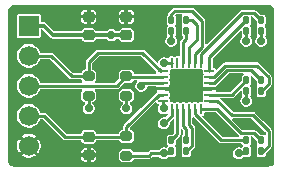
<source format=gbr>
G04 #@! TF.GenerationSoftware,KiCad,Pcbnew,9.0.2+dfsg-1*
G04 #@! TF.CreationDate,2025-06-12T17:09:33+08:00*
G04 #@! TF.ProjectId,i2c_led,6932635f-6c65-4642-9e6b-696361645f70,b*
G04 #@! TF.SameCoordinates,Original*
G04 #@! TF.FileFunction,Copper,L1,Top*
G04 #@! TF.FilePolarity,Positive*
%FSLAX46Y46*%
G04 Gerber Fmt 4.6, Leading zero omitted, Abs format (unit mm)*
G04 Created by KiCad (PCBNEW 9.0.2+dfsg-1) date 2025-06-12 17:09:33*
%MOMM*%
%LPD*%
G01*
G04 APERTURE LIST*
G04 Aperture macros list*
%AMRoundRect*
0 Rectangle with rounded corners*
0 $1 Rounding radius*
0 $2 $3 $4 $5 $6 $7 $8 $9 X,Y pos of 4 corners*
0 Add a 4 corners polygon primitive as box body*
4,1,4,$2,$3,$4,$5,$6,$7,$8,$9,$2,$3,0*
0 Add four circle primitives for the rounded corners*
1,1,$1+$1,$2,$3*
1,1,$1+$1,$4,$5*
1,1,$1+$1,$6,$7*
1,1,$1+$1,$8,$9*
0 Add four rect primitives between the rounded corners*
20,1,$1+$1,$2,$3,$4,$5,0*
20,1,$1+$1,$4,$5,$6,$7,0*
20,1,$1+$1,$6,$7,$8,$9,0*
20,1,$1+$1,$8,$9,$2,$3,0*%
G04 Aperture macros list end*
G04 #@! TA.AperFunction,SMDPad,CuDef*
%ADD10RoundRect,0.225000X0.250000X-0.225000X0.250000X0.225000X-0.250000X0.225000X-0.250000X-0.225000X0*%
G04 #@! TD*
G04 #@! TA.AperFunction,SMDPad,CuDef*
%ADD11RoundRect,0.200000X0.275000X-0.200000X0.275000X0.200000X-0.275000X0.200000X-0.275000X-0.200000X0*%
G04 #@! TD*
G04 #@! TA.AperFunction,SMDPad,CuDef*
%ADD12RoundRect,0.067500X-0.157500X-0.257500X0.157500X-0.257500X0.157500X0.257500X-0.157500X0.257500X0*%
G04 #@! TD*
G04 #@! TA.AperFunction,SMDPad,CuDef*
%ADD13RoundRect,0.062500X0.062500X-0.350000X0.062500X0.350000X-0.062500X0.350000X-0.062500X-0.350000X0*%
G04 #@! TD*
G04 #@! TA.AperFunction,SMDPad,CuDef*
%ADD14RoundRect,0.062500X0.350000X-0.062500X0.350000X0.062500X-0.350000X0.062500X-0.350000X-0.062500X0*%
G04 #@! TD*
G04 #@! TA.AperFunction,HeatsinkPad*
%ADD15R,2.700000X2.700000*%
G04 #@! TD*
G04 #@! TA.AperFunction,SMDPad,CuDef*
%ADD16RoundRect,0.225000X-0.250000X0.225000X-0.250000X-0.225000X0.250000X-0.225000X0.250000X0.225000X0*%
G04 #@! TD*
G04 #@! TA.AperFunction,ComponentPad*
%ADD17R,1.700000X1.700000*%
G04 #@! TD*
G04 #@! TA.AperFunction,ComponentPad*
%ADD18C,1.700000*%
G04 #@! TD*
G04 #@! TA.AperFunction,ViaPad*
%ADD19C,0.700000*%
G04 #@! TD*
G04 #@! TA.AperFunction,Conductor*
%ADD20C,0.228600*%
G04 #@! TD*
G04 #@! TA.AperFunction,Conductor*
%ADD21C,0.304800*%
G04 #@! TD*
G04 APERTURE END LIST*
D10*
G04 #@! TO.P,C1,1*
G04 #@! TO.N,VCC*
X144145000Y-92215000D03*
G04 #@! TO.P,C1,2*
G04 #@! TO.N,GND*
X144145000Y-90665000D03*
G04 #@! TD*
D11*
G04 #@! TO.P,R2,1*
G04 #@! TO.N,VCC*
X144145000Y-97345000D03*
G04 #@! TO.P,R2,2*
G04 #@! TO.N,/SDA*
X144145000Y-95695000D03*
G04 #@! TD*
D12*
G04 #@! TO.P,D4,1,RK*
G04 #@! TO.N,Net-(D4-RK)*
X147965000Y-101125000D03*
G04 #@! TO.P,D4,2,A*
G04 #@! TO.N,VCC*
X147965000Y-102075000D03*
G04 #@! TO.P,D4,3,BK*
G04 #@! TO.N,Net-(D4-BK)*
X149215000Y-102075000D03*
G04 #@! TO.P,D4,4,GK*
G04 #@! TO.N,Net-(D4-GK)*
X149215000Y-101125000D03*
G04 #@! TD*
G04 #@! TO.P,D1,1,RK*
G04 #@! TO.N,Net-(D1-RK)*
X154315000Y-101125000D03*
G04 #@! TO.P,D1,2,A*
G04 #@! TO.N,VCC*
X154315000Y-102075000D03*
G04 #@! TO.P,D1,3,BK*
G04 #@! TO.N,Net-(D1-BK)*
X155565000Y-102075000D03*
G04 #@! TO.P,D1,4,GK*
G04 #@! TO.N,Net-(D1-GK)*
X155565000Y-101125000D03*
G04 #@! TD*
D13*
G04 #@! TO.P,U1,1,P1_0*
G04 #@! TO.N,Net-(D3-BK)*
X147975000Y-98482500D03*
G04 #@! TO.P,U1,2,P1_1*
G04 #@! TO.N,Net-(D4-RK)*
X148475000Y-98482500D03*
G04 #@! TO.P,U1,3,P1_2*
G04 #@! TO.N,Net-(D4-GK)*
X148975000Y-98482500D03*
G04 #@! TO.P,U1,4,P1_3*
G04 #@! TO.N,Net-(D4-BK)*
X149475000Y-98482500D03*
G04 #@! TO.P,U1,5,P0_0*
G04 #@! TO.N,Net-(D1-RK)*
X149975000Y-98482500D03*
G04 #@! TO.P,U1,6,P0_1*
G04 #@! TO.N,Net-(D1-GK)*
X150475000Y-98482500D03*
D14*
G04 #@! TO.P,U1,7,P0_2*
G04 #@! TO.N,Net-(D1-BK)*
X151187500Y-97770000D03*
G04 #@! TO.P,U1,8,P0_3*
G04 #@! TO.N,Net-(D2-RK)*
X151187500Y-97270000D03*
G04 #@! TO.P,U1,9,GND*
G04 #@! TO.N,GND*
X151187500Y-96770000D03*
G04 #@! TO.P,U1,10,P0_4*
G04 #@! TO.N,Net-(D2-GK)*
X151187500Y-96270000D03*
G04 #@! TO.P,U1,11,P0_5*
G04 #@! TO.N,Net-(D2-BK)*
X151187500Y-95770000D03*
G04 #@! TO.P,U1,12,P0_6*
G04 #@! TO.N,Net-(D3-RK)*
X151187500Y-95270000D03*
D13*
G04 #@! TO.P,U1,13,P0_7*
G04 #@! TO.N,Net-(D3-GK)*
X150475000Y-94557500D03*
G04 #@! TO.P,U1,14,P1_4*
G04 #@! TO.N,Net-(D5-RK)*
X149975000Y-94557500D03*
G04 #@! TO.P,U1,15,P1_5*
G04 #@! TO.N,Net-(D5-GK)*
X149475000Y-94557500D03*
G04 #@! TO.P,U1,16,P1_6*
G04 #@! TO.N,Net-(D5-BK)*
X148975000Y-94557500D03*
G04 #@! TO.P,U1,17,P1_7*
G04 #@! TO.N,unconnected-(U1-P1_7-Pad17)*
X148475000Y-94557500D03*
G04 #@! TO.P,U1,18,AD0*
G04 #@! TO.N,AD0*
X147975000Y-94557500D03*
D14*
G04 #@! TO.P,U1,19,SCL*
G04 #@! TO.N,/SCL*
X147262500Y-95270000D03*
G04 #@! TO.P,U1,20,SDA*
G04 #@! TO.N,/SDA*
X147262500Y-95770000D03*
G04 #@! TO.P,U1,21,VCC*
G04 #@! TO.N,VCC*
X147262500Y-96270000D03*
G04 #@! TO.P,U1,22,~{INT}*
G04 #@! TO.N,GND*
X147262500Y-96770000D03*
G04 #@! TO.P,U1,23,~{RST}*
G04 #@! TO.N,/RSTN*
X147262500Y-97270000D03*
G04 #@! TO.P,U1,24,AD1*
G04 #@! TO.N,AD1*
X147262500Y-97770000D03*
D15*
G04 #@! TO.P,U1,25,GND*
G04 #@! TO.N,GND*
X149225000Y-96520000D03*
G04 #@! TD*
D12*
G04 #@! TO.P,D3,1,RK*
G04 #@! TO.N,Net-(D3-RK)*
X154315000Y-90965000D03*
G04 #@! TO.P,D3,2,A*
G04 #@! TO.N,VCC*
X154315000Y-91915000D03*
G04 #@! TO.P,D3,3,BK*
G04 #@! TO.N,Net-(D3-BK)*
X155565000Y-91915000D03*
G04 #@! TO.P,D3,4,GK*
G04 #@! TO.N,Net-(D3-GK)*
X155565000Y-90965000D03*
G04 #@! TD*
G04 #@! TO.P,D5,1,RK*
G04 #@! TO.N,Net-(D5-RK)*
X147965000Y-90965000D03*
G04 #@! TO.P,D5,2,A*
G04 #@! TO.N,VCC*
X147965000Y-91915000D03*
G04 #@! TO.P,D5,3,BK*
G04 #@! TO.N,Net-(D5-BK)*
X149215000Y-91915000D03*
G04 #@! TO.P,D5,4,GK*
G04 #@! TO.N,Net-(D5-GK)*
X149215000Y-90965000D03*
G04 #@! TD*
D11*
G04 #@! TO.P,R3,1*
G04 #@! TO.N,VCC*
X144145000Y-102425000D03*
G04 #@! TO.P,R3,2*
G04 #@! TO.N,/RSTN*
X144145000Y-100775000D03*
G04 #@! TD*
D12*
G04 #@! TO.P,D2,1,RK*
G04 #@! TO.N,Net-(D2-RK)*
X154315000Y-96045000D03*
G04 #@! TO.P,D2,2,A*
G04 #@! TO.N,VCC*
X154315000Y-96995000D03*
G04 #@! TO.P,D2,3,BK*
G04 #@! TO.N,Net-(D2-BK)*
X155565000Y-96995000D03*
G04 #@! TO.P,D2,4,GK*
G04 #@! TO.N,Net-(D2-GK)*
X155565000Y-96045000D03*
G04 #@! TD*
D16*
G04 #@! TO.P,C3,1*
G04 #@! TO.N,/RSTN*
X140970000Y-100825000D03*
G04 #@! TO.P,C3,2*
G04 #@! TO.N,GND*
X140970000Y-102375000D03*
G04 #@! TD*
D11*
G04 #@! TO.P,R1,1*
G04 #@! TO.N,VCC*
X140970000Y-97345000D03*
G04 #@! TO.P,R1,2*
G04 #@! TO.N,/SCL*
X140970000Y-95695000D03*
G04 #@! TD*
D17*
G04 #@! TO.P,J1,1,Pin_1*
G04 #@! TO.N,VCC*
X135890000Y-91440000D03*
D18*
G04 #@! TO.P,J1,2,Pin_2*
G04 #@! TO.N,/SCL*
X135890000Y-93980000D03*
G04 #@! TO.P,J1,3,Pin_3*
G04 #@! TO.N,/SDA*
X135890000Y-96520000D03*
G04 #@! TO.P,J1,4,Pin_4*
G04 #@! TO.N,/RSTN*
X135890000Y-99060000D03*
G04 #@! TO.P,J1,5,Pin_5*
G04 #@! TO.N,GND*
X135890000Y-101600000D03*
G04 #@! TD*
D10*
G04 #@! TO.P,C2,1*
G04 #@! TO.N,VCC*
X140970000Y-92215000D03*
G04 #@! TO.P,C2,2*
G04 #@! TO.N,GND*
X140970000Y-90665000D03*
G04 #@! TD*
D19*
G04 #@! TO.N,GND*
X151130000Y-101600000D03*
X149225000Y-96520000D03*
X145415000Y-97790000D03*
X139700000Y-90805000D03*
X151765000Y-90805000D03*
X142875000Y-90805000D03*
X139065000Y-102235000D03*
X153035000Y-95885000D03*
X155575000Y-98425000D03*
X146050000Y-100965000D03*
X146050000Y-90805000D03*
X139065000Y-98425000D03*
X139700000Y-93345000D03*
X146050000Y-92075000D03*
X152400000Y-100330000D03*
X154305000Y-99695000D03*
X145415000Y-94615000D03*
G04 #@! TO.N,VCC*
X145415000Y-96520000D03*
X140970000Y-98425000D03*
X154305000Y-92710000D03*
X147955000Y-92710000D03*
X154305000Y-97790000D03*
X153670000Y-102235000D03*
X142875000Y-92215000D03*
X144145000Y-98425000D03*
X147320000Y-102235000D03*
G04 #@! TO.N,Net-(D3-BK)*
X147320000Y-99695000D03*
X155575000Y-92710000D03*
G04 #@! TO.N,AD0*
X147320000Y-94615000D03*
G04 #@! TO.N,AD1*
X147320000Y-98425000D03*
G04 #@! TD*
D20*
G04 #@! TO.N,GND*
X147389500Y-96770000D02*
X149102000Y-96770000D01*
X151314500Y-96770000D02*
X149602000Y-96770000D01*
D21*
G04 #@! TO.N,VCC*
X137945000Y-92215000D02*
X137170000Y-91440000D01*
D20*
X147320000Y-102235000D02*
X146240000Y-102235000D01*
X154155000Y-102235000D02*
X154315000Y-102075000D01*
X147320000Y-102235000D02*
X147805000Y-102235000D01*
X154315000Y-97780000D02*
X154305000Y-97790000D01*
D21*
X137170000Y-91440000D02*
X135890000Y-91440000D01*
D20*
X147965000Y-91915000D02*
X147965000Y-92700000D01*
X140970000Y-97345000D02*
X140970000Y-98425000D01*
X147965000Y-92700000D02*
X147955000Y-92710000D01*
X146240000Y-102235000D02*
X146050000Y-102425000D01*
X144145000Y-97345000D02*
X144145000Y-98425000D01*
X147262500Y-96270000D02*
X145665000Y-96270000D01*
X154315000Y-92700000D02*
X154305000Y-92710000D01*
X153670000Y-102235000D02*
X154155000Y-102235000D01*
X147805000Y-102235000D02*
X147965000Y-102075000D01*
X145665000Y-96270000D02*
X145415000Y-96520000D01*
D21*
X140970000Y-92215000D02*
X142875000Y-92215000D01*
X142875000Y-92215000D02*
X144145000Y-92215000D01*
D20*
X144145000Y-102425000D02*
X146050000Y-102425000D01*
X154315000Y-96995000D02*
X154315000Y-97780000D01*
D21*
X140970000Y-92215000D02*
X137945000Y-92215000D01*
D20*
X154315000Y-91915000D02*
X154315000Y-92700000D01*
G04 #@! TO.N,Net-(D1-RK)*
X149975000Y-98894999D02*
X149975000Y-98482500D01*
X154315000Y-101125000D02*
X152205001Y-101125000D01*
X152205001Y-101125000D02*
X149975000Y-98894999D01*
G04 #@! TO.N,Net-(D1-BK)*
X155565000Y-102075000D02*
X155735000Y-102075000D01*
X155735000Y-102075000D02*
X156210000Y-101600000D01*
X153087958Y-99007042D02*
X151850916Y-97770000D01*
X156210000Y-100330000D02*
X154887042Y-99007042D01*
X156210000Y-101600000D02*
X156210000Y-100330000D01*
X154887042Y-99007042D02*
X153087958Y-99007042D01*
X151850916Y-97770000D02*
X151187500Y-97770000D01*
G04 #@! TO.N,Net-(D1-GK)*
X153872300Y-100532300D02*
X151822500Y-98482500D01*
X154972300Y-100532300D02*
X153872300Y-100532300D01*
X151822500Y-98482500D02*
X150475000Y-98482500D01*
X155565000Y-101125000D02*
X154972300Y-100532300D01*
G04 #@! TO.N,Net-(D2-BK)*
X156210000Y-95799084D02*
X156210000Y-96350000D01*
X151187500Y-95770000D02*
X151568706Y-95770000D01*
X155219916Y-94809000D02*
X156210000Y-95799084D01*
X156210000Y-96350000D02*
X155565000Y-96995000D01*
X151568706Y-95770000D02*
X152529706Y-94809000D01*
X152529706Y-94809000D02*
X155219916Y-94809000D01*
X151572948Y-95770000D02*
X151187500Y-95770000D01*
G04 #@! TO.N,Net-(D2-GK)*
X154710000Y-95190000D02*
X155565000Y-96045000D01*
X151187500Y-96270000D02*
X151611764Y-96270000D01*
X152691764Y-95190000D02*
X154710000Y-95190000D01*
X151611764Y-96270000D02*
X152691764Y-95190000D01*
G04 #@! TO.N,Net-(D2-RK)*
X153090000Y-97270000D02*
X151187500Y-97270000D01*
X154315000Y-96045000D02*
X153090000Y-97270000D01*
G04 #@! TO.N,Net-(D3-GK)*
X154972300Y-90372300D02*
X153937930Y-90372300D01*
X155565000Y-90965000D02*
X154972300Y-90372300D01*
X153937930Y-90372300D02*
X150475000Y-93835230D01*
X150475000Y-93835230D02*
X150475000Y-94557500D01*
G04 #@! TO.N,Net-(D3-RK)*
X154315000Y-90965000D02*
X151187500Y-94092500D01*
X151187500Y-94092500D02*
X151187500Y-95270000D01*
G04 #@! TO.N,Net-(D3-BK)*
X147975000Y-98482500D02*
X147975000Y-99040000D01*
X147975000Y-99040000D02*
X147320000Y-99695000D01*
X155575000Y-92710000D02*
X155575000Y-91925000D01*
G04 #@! TO.N,Net-(D4-BK)*
X149707700Y-101582300D02*
X149215000Y-102075000D01*
X149475000Y-98482500D02*
X149475000Y-99856185D01*
X149475000Y-99856185D02*
X149707700Y-100088885D01*
X149707700Y-100088885D02*
X149707700Y-101582300D01*
G04 #@! TO.N,Net-(D4-GK)*
X149215000Y-100135000D02*
X148975000Y-99895000D01*
X149215000Y-101125000D02*
X149215000Y-100135000D01*
X148975000Y-99895000D02*
X148975000Y-98482500D01*
G04 #@! TO.N,Net-(D4-RK)*
X148475000Y-100615000D02*
X148475000Y-98482500D01*
X147965000Y-101125000D02*
X148475000Y-100615000D01*
G04 #@! TO.N,Net-(D5-BK)*
X148975000Y-92805000D02*
X149215000Y-92565000D01*
X149215000Y-92565000D02*
X149215000Y-91915000D01*
X148975000Y-94557500D02*
X148975000Y-92805000D01*
G04 #@! TO.N,Net-(D5-GK)*
X149215000Y-90965000D02*
X149745000Y-90965000D01*
X149475000Y-93255000D02*
X149475000Y-94557500D01*
X150120000Y-91340000D02*
X150120000Y-92610000D01*
X149745000Y-90965000D02*
X150120000Y-91340000D01*
X150120000Y-92610000D02*
X149475000Y-93255000D01*
G04 #@! TO.N,Net-(D5-RK)*
X150545000Y-91005000D02*
X150545000Y-93225000D01*
X147965000Y-90455000D02*
X148240000Y-90180000D01*
X149975000Y-93795000D02*
X149975000Y-94557500D01*
X150545000Y-93225000D02*
X149975000Y-93795000D01*
X147965000Y-90965000D02*
X147965000Y-90455000D01*
X148240000Y-90180000D02*
X149720000Y-90180000D01*
X149720000Y-90180000D02*
X150545000Y-91005000D01*
G04 #@! TO.N,/RSTN*
X147262500Y-97270000D02*
X146881294Y-97270000D01*
X137160000Y-99060000D02*
X135890000Y-99060000D01*
X138925000Y-100825000D02*
X140970000Y-100825000D01*
X140970000Y-100825000D02*
X144095000Y-100825000D01*
X146881294Y-97270000D02*
X144145000Y-100006294D01*
X137160000Y-99060000D02*
X138925000Y-100825000D01*
X144145000Y-100006294D02*
X144145000Y-100775000D01*
G04 #@! TO.N,/SCL*
X137795000Y-93980000D02*
X135890000Y-93980000D01*
X139510000Y-95695000D02*
X137795000Y-93980000D01*
X140970000Y-95695000D02*
X139510000Y-95695000D01*
X140970000Y-94500000D02*
X140970000Y-95695000D01*
X141760000Y-93710000D02*
X140970000Y-94500000D01*
X145500000Y-93710000D02*
X141760000Y-93710000D01*
X147060000Y-95270000D02*
X145500000Y-93710000D01*
G04 #@! TO.N,/SDA*
X143320000Y-96520000D02*
X135890000Y-96520000D01*
X144145000Y-95695000D02*
X143320000Y-96520000D01*
X147262500Y-95770000D02*
X144220000Y-95770000D01*
X144220000Y-95770000D02*
X144145000Y-95695000D01*
G04 #@! TO.N,AD0*
X147377500Y-94557500D02*
X147320000Y-94615000D01*
X147975000Y-94557500D02*
X147377500Y-94557500D01*
G04 #@! TO.N,AD1*
X147262500Y-98367500D02*
X147320000Y-98425000D01*
X147262500Y-97770000D02*
X147262500Y-98367500D01*
G04 #@! TD*
G04 #@! TA.AperFunction,Conductor*
G04 #@! TO.N,GND*
G36*
X151729012Y-98767293D02*
G01*
X151733848Y-98771726D01*
X153645779Y-100683657D01*
X153670721Y-100708599D01*
X153691548Y-100729426D01*
X153713287Y-100776047D01*
X153699973Y-100825734D01*
X153657835Y-100855238D01*
X153638373Y-100857800D01*
X152346827Y-100857800D01*
X152298489Y-100840207D01*
X152293653Y-100835774D01*
X150609449Y-99151570D01*
X150587709Y-99104950D01*
X150601023Y-99055263D01*
X150620845Y-99035869D01*
X150621543Y-99035402D01*
X150621545Y-99035402D01*
X150692795Y-98987795D01*
X150740402Y-98916545D01*
X150752900Y-98853715D01*
X150752900Y-98824900D01*
X150770493Y-98776562D01*
X150815042Y-98750842D01*
X150828100Y-98749700D01*
X151680674Y-98749700D01*
X151729012Y-98767293D01*
G37*
G04 #@! TD.AperFunction*
G04 #@! TA.AperFunction,Conductor*
G36*
X154793554Y-99291835D02*
G01*
X154798390Y-99296268D01*
X155920774Y-100418652D01*
X155927711Y-100433528D01*
X155938265Y-100446106D01*
X155941115Y-100462273D01*
X155942514Y-100465272D01*
X155942800Y-100471826D01*
X155942800Y-100608937D01*
X155925207Y-100657275D01*
X155880658Y-100682995D01*
X155830000Y-100674062D01*
X155825822Y-100671464D01*
X155808499Y-100659889D01*
X155808496Y-100659888D01*
X155776352Y-100653494D01*
X155744209Y-100647100D01*
X155744208Y-100647100D01*
X155496126Y-100647100D01*
X155447788Y-100629507D01*
X155442962Y-100625084D01*
X155123657Y-100305779D01*
X155025449Y-100265100D01*
X155025448Y-100265100D01*
X154014126Y-100265100D01*
X153965788Y-100247507D01*
X153960952Y-100243074D01*
X153120494Y-99402616D01*
X153098754Y-99355996D01*
X153112068Y-99306309D01*
X153154205Y-99276804D01*
X153173668Y-99274242D01*
X154745216Y-99274242D01*
X154793554Y-99291835D01*
G37*
G04 #@! TD.AperFunction*
G04 #@! TA.AperFunction,Conductor*
G36*
X145406512Y-93994793D02*
G01*
X145411348Y-93999226D01*
X146675074Y-95262952D01*
X146696814Y-95309572D01*
X146697100Y-95316124D01*
X146697100Y-95353714D01*
X146697101Y-95353716D01*
X146708879Y-95412930D01*
X146701054Y-95463771D01*
X146662379Y-95497687D01*
X146635124Y-95502800D01*
X144843954Y-95502800D01*
X144795616Y-95485207D01*
X144769896Y-95440658D01*
X144769540Y-95438443D01*
X144766349Y-95416542D01*
X144762906Y-95392912D01*
X144711179Y-95287102D01*
X144711177Y-95287100D01*
X144711177Y-95287099D01*
X144627900Y-95203822D01*
X144592027Y-95186285D01*
X144522088Y-95152094D01*
X144453502Y-95142100D01*
X144453494Y-95142100D01*
X143836506Y-95142100D01*
X143836497Y-95142100D01*
X143767911Y-95152094D01*
X143662099Y-95203822D01*
X143578822Y-95287099D01*
X143527094Y-95392911D01*
X143517100Y-95461497D01*
X143517100Y-95913872D01*
X143499507Y-95962210D01*
X143495075Y-95967046D01*
X143231348Y-96230774D01*
X143184727Y-96252514D01*
X143178173Y-96252800D01*
X141567826Y-96252800D01*
X141519488Y-96235207D01*
X141493768Y-96190658D01*
X141502701Y-96140000D01*
X141514652Y-96124426D01*
X141536177Y-96102900D01*
X141536179Y-96102898D01*
X141587906Y-95997088D01*
X141597900Y-95928494D01*
X141597900Y-95461506D01*
X141597314Y-95457486D01*
X141591349Y-95416545D01*
X141587906Y-95392912D01*
X141536179Y-95287102D01*
X141536177Y-95287100D01*
X141536177Y-95287099D01*
X141452900Y-95203822D01*
X141417027Y-95186285D01*
X141347088Y-95152094D01*
X141301556Y-95145459D01*
X141256261Y-95121079D01*
X141237233Y-95073288D01*
X141237200Y-95071045D01*
X141237200Y-94641826D01*
X141254793Y-94593488D01*
X141259226Y-94588652D01*
X141848652Y-93999226D01*
X141895272Y-93977486D01*
X141901826Y-93977200D01*
X145358174Y-93977200D01*
X145406512Y-93994793D01*
G37*
G04 #@! TD.AperFunction*
G04 #@! TA.AperFunction,Conductor*
G36*
X156214884Y-89688543D02*
G01*
X156324964Y-89703035D01*
X156343920Y-89708114D01*
X156441907Y-89748702D01*
X156458902Y-89758514D01*
X156500973Y-89790796D01*
X156543041Y-89823077D01*
X156556922Y-89836958D01*
X156621483Y-89921094D01*
X156631299Y-89938095D01*
X156671884Y-90036076D01*
X156676965Y-90055038D01*
X156688911Y-90145780D01*
X156691457Y-90165114D01*
X156692100Y-90174930D01*
X156692100Y-102865069D01*
X156691457Y-102874884D01*
X156691457Y-102874885D01*
X156676965Y-102984961D01*
X156671884Y-103003923D01*
X156631299Y-103101904D01*
X156621483Y-103118905D01*
X156556922Y-103203041D01*
X156543041Y-103216922D01*
X156458905Y-103281483D01*
X156441904Y-103291299D01*
X156343923Y-103331884D01*
X156324961Y-103336965D01*
X156246437Y-103347302D01*
X156214883Y-103351457D01*
X156205069Y-103352100D01*
X134624931Y-103352100D01*
X134615116Y-103351457D01*
X134568046Y-103345260D01*
X134505038Y-103336965D01*
X134486076Y-103331884D01*
X134388095Y-103291299D01*
X134371094Y-103281483D01*
X134286958Y-103216922D01*
X134273077Y-103203041D01*
X134208516Y-103118905D01*
X134198702Y-103101907D01*
X134158114Y-103003920D01*
X134153035Y-102984964D01*
X134138543Y-102874884D01*
X134137900Y-102865069D01*
X134137900Y-102635815D01*
X140342601Y-102635815D01*
X140353287Y-102709173D01*
X140353288Y-102709175D01*
X140408608Y-102822332D01*
X140497667Y-102911391D01*
X140610825Y-102966712D01*
X140684180Y-102977399D01*
X140817600Y-102977399D01*
X141122400Y-102977399D01*
X141255811Y-102977399D01*
X141255815Y-102977398D01*
X141329173Y-102966712D01*
X141329175Y-102966711D01*
X141442332Y-102911391D01*
X141531391Y-102822332D01*
X141586712Y-102709174D01*
X141597399Y-102635825D01*
X141597400Y-102635813D01*
X141597400Y-102527400D01*
X141122400Y-102527400D01*
X141122400Y-102977399D01*
X140817600Y-102977399D01*
X140817600Y-102527400D01*
X140342601Y-102527400D01*
X140342601Y-102635815D01*
X134137900Y-102635815D01*
X134137900Y-101501270D01*
X134887600Y-101501270D01*
X134887600Y-101698729D01*
X134926121Y-101892385D01*
X134926122Y-101892388D01*
X135001684Y-102074812D01*
X135080982Y-102193491D01*
X135445086Y-101829386D01*
X135489901Y-101907007D01*
X135582993Y-102000099D01*
X135660611Y-102044912D01*
X135296507Y-102409016D01*
X135415187Y-102488315D01*
X135597611Y-102563877D01*
X135597614Y-102563878D01*
X135791270Y-102602400D01*
X135988730Y-102602400D01*
X136182385Y-102563878D01*
X136182388Y-102563877D01*
X136364816Y-102488313D01*
X136446514Y-102433725D01*
X136483490Y-102409017D01*
X136483491Y-102409016D01*
X136119387Y-102044912D01*
X136197007Y-102000099D01*
X136290099Y-101907007D01*
X136334912Y-101829387D01*
X136699016Y-102193491D01*
X136699017Y-102193490D01*
X136752015Y-102114174D01*
X140342600Y-102114174D01*
X140342600Y-102222600D01*
X140817600Y-102222600D01*
X141122400Y-102222600D01*
X141597399Y-102222600D01*
X141597399Y-102114189D01*
X141597398Y-102114184D01*
X141586712Y-102040826D01*
X141586711Y-102040824D01*
X141531391Y-101927667D01*
X141442332Y-101838608D01*
X141329174Y-101783287D01*
X141255825Y-101772600D01*
X141122400Y-101772600D01*
X141122400Y-102222600D01*
X140817600Y-102222600D01*
X140817600Y-101772600D01*
X140684189Y-101772600D01*
X140684184Y-101772601D01*
X140610826Y-101783287D01*
X140610824Y-101783288D01*
X140497667Y-101838608D01*
X140408608Y-101927667D01*
X140353287Y-102040825D01*
X140342600Y-102114174D01*
X136752015Y-102114174D01*
X136778313Y-102074816D01*
X136853877Y-101892388D01*
X136853878Y-101892385D01*
X136892400Y-101698729D01*
X136892400Y-101501270D01*
X136853878Y-101307614D01*
X136853877Y-101307611D01*
X136778315Y-101125187D01*
X136699016Y-101006507D01*
X136334912Y-101370611D01*
X136290099Y-101292993D01*
X136197007Y-101199901D01*
X136119387Y-101155087D01*
X136483491Y-100790982D01*
X136364812Y-100711684D01*
X136182388Y-100636122D01*
X136182385Y-100636121D01*
X135988730Y-100597600D01*
X135791270Y-100597600D01*
X135597614Y-100636121D01*
X135597611Y-100636122D01*
X135415184Y-100711685D01*
X135296507Y-100790981D01*
X135296507Y-100790982D01*
X135660612Y-101155087D01*
X135582993Y-101199901D01*
X135489901Y-101292993D01*
X135445087Y-101370612D01*
X135080982Y-101006507D01*
X135080981Y-101006507D01*
X135001685Y-101125184D01*
X134926122Y-101307611D01*
X134926121Y-101307614D01*
X134887600Y-101501270D01*
X134137900Y-101501270D01*
X134137900Y-93881222D01*
X134887100Y-93881222D01*
X134887100Y-94078777D01*
X134925641Y-94272537D01*
X134925642Y-94272538D01*
X134987090Y-94420888D01*
X135001241Y-94455051D01*
X135110996Y-94619312D01*
X135110997Y-94619313D01*
X135111000Y-94619317D01*
X135250682Y-94758999D01*
X135250685Y-94759001D01*
X135250688Y-94759004D01*
X135414949Y-94868759D01*
X135597461Y-94944357D01*
X135597462Y-94944358D01*
X135597463Y-94944358D01*
X135597465Y-94944359D01*
X135727218Y-94970168D01*
X135791222Y-94982900D01*
X135791223Y-94982900D01*
X135988778Y-94982900D01*
X136036889Y-94973329D01*
X136182535Y-94944359D01*
X136365051Y-94868759D01*
X136529312Y-94759004D01*
X136669004Y-94619312D01*
X136778759Y-94455051D01*
X136845625Y-94293620D01*
X136880376Y-94255697D01*
X136915100Y-94247200D01*
X137653174Y-94247200D01*
X137701512Y-94264793D01*
X137706348Y-94269226D01*
X139283479Y-95846357D01*
X139358643Y-95921521D01*
X139456851Y-95962200D01*
X140288096Y-95962200D01*
X140336434Y-95979793D01*
X140355655Y-96004372D01*
X140403822Y-96102900D01*
X140425348Y-96124426D01*
X140447088Y-96171046D01*
X140433774Y-96220733D01*
X140391637Y-96250238D01*
X140372174Y-96252800D01*
X136915100Y-96252800D01*
X136866762Y-96235207D01*
X136845625Y-96206379D01*
X136778759Y-96044949D01*
X136669004Y-95880688D01*
X136669001Y-95880685D01*
X136668999Y-95880682D01*
X136529317Y-95741000D01*
X136529313Y-95740997D01*
X136529312Y-95740996D01*
X136365051Y-95631241D01*
X136358673Y-95628599D01*
X136182538Y-95555642D01*
X136182537Y-95555641D01*
X135988778Y-95517100D01*
X135988777Y-95517100D01*
X135791223Y-95517100D01*
X135791222Y-95517100D01*
X135597462Y-95555641D01*
X135597461Y-95555642D01*
X135414950Y-95631240D01*
X135250682Y-95741000D01*
X135111000Y-95880682D01*
X135001240Y-96044950D01*
X134925642Y-96227461D01*
X134925641Y-96227462D01*
X134887100Y-96421222D01*
X134887100Y-96618777D01*
X134925641Y-96812537D01*
X134925642Y-96812538D01*
X135000019Y-96992101D01*
X135001241Y-96995051D01*
X135110996Y-97159312D01*
X135110997Y-97159313D01*
X135111000Y-97159317D01*
X135250682Y-97298999D01*
X135250685Y-97299001D01*
X135250688Y-97299004D01*
X135414949Y-97408759D01*
X135597461Y-97484357D01*
X135597462Y-97484358D01*
X135597463Y-97484358D01*
X135597465Y-97484359D01*
X135727218Y-97510168D01*
X135791222Y-97522900D01*
X135791223Y-97522900D01*
X135988778Y-97522900D01*
X136044520Y-97511812D01*
X136182535Y-97484359D01*
X136365051Y-97408759D01*
X136529312Y-97299004D01*
X136669004Y-97159312D01*
X136778759Y-96995051D01*
X136845625Y-96833620D01*
X136880376Y-96795697D01*
X136915100Y-96787200D01*
X140372174Y-96787200D01*
X140420512Y-96804793D01*
X140446232Y-96849342D01*
X140437299Y-96900000D01*
X140425348Y-96915574D01*
X140403822Y-96937099D01*
X140352094Y-97042911D01*
X140342100Y-97111497D01*
X140342100Y-97578502D01*
X140352094Y-97647088D01*
X140403822Y-97752900D01*
X140487099Y-97836177D01*
X140487100Y-97836177D01*
X140487102Y-97836179D01*
X140592912Y-97887906D01*
X140621760Y-97892109D01*
X140667056Y-97916487D01*
X140686084Y-97964278D01*
X140669942Y-98013119D01*
X140664093Y-98019697D01*
X140567579Y-98116211D01*
X140567578Y-98116213D01*
X140501371Y-98230885D01*
X140487945Y-98280996D01*
X140467100Y-98358792D01*
X140467100Y-98491208D01*
X140487662Y-98567950D01*
X140501371Y-98619114D01*
X140567578Y-98733786D01*
X140567582Y-98733792D01*
X140661207Y-98827417D01*
X140661210Y-98827419D01*
X140661212Y-98827421D01*
X140671707Y-98833480D01*
X140775885Y-98893628D01*
X140775887Y-98893628D01*
X140775888Y-98893629D01*
X140903792Y-98927900D01*
X140903794Y-98927900D01*
X141036206Y-98927900D01*
X141036208Y-98927900D01*
X141164112Y-98893629D01*
X141278788Y-98827421D01*
X141372421Y-98733788D01*
X141438629Y-98619112D01*
X141472900Y-98491208D01*
X141472900Y-98358792D01*
X141438629Y-98230888D01*
X141438628Y-98230887D01*
X141438628Y-98230885D01*
X141392222Y-98150509D01*
X141372421Y-98116212D01*
X141372419Y-98116210D01*
X141372417Y-98116207D01*
X141275907Y-98019697D01*
X141254167Y-97973077D01*
X141267481Y-97923390D01*
X141309618Y-97893885D01*
X141318235Y-97892109D01*
X141347088Y-97887906D01*
X141452898Y-97836179D01*
X141536179Y-97752898D01*
X141587906Y-97647088D01*
X141597900Y-97578494D01*
X141597900Y-97111506D01*
X141597899Y-97111497D01*
X143517100Y-97111497D01*
X143517100Y-97578502D01*
X143527094Y-97647088D01*
X143578822Y-97752900D01*
X143662099Y-97836177D01*
X143662100Y-97836177D01*
X143662102Y-97836179D01*
X143767912Y-97887906D01*
X143796760Y-97892109D01*
X143842056Y-97916487D01*
X143861084Y-97964278D01*
X143844942Y-98013119D01*
X143839093Y-98019697D01*
X143742579Y-98116211D01*
X143742578Y-98116213D01*
X143676371Y-98230885D01*
X143662945Y-98280996D01*
X143642100Y-98358792D01*
X143642100Y-98491208D01*
X143662662Y-98567950D01*
X143676371Y-98619114D01*
X143742578Y-98733786D01*
X143742582Y-98733792D01*
X143836207Y-98827417D01*
X143836210Y-98827419D01*
X143836212Y-98827421D01*
X143846707Y-98833480D01*
X143950885Y-98893628D01*
X143950887Y-98893628D01*
X143950888Y-98893629D01*
X144078792Y-98927900D01*
X144078794Y-98927900D01*
X144211206Y-98927900D01*
X144211208Y-98927900D01*
X144339112Y-98893629D01*
X144453788Y-98827421D01*
X144547421Y-98733788D01*
X144613629Y-98619112D01*
X144647900Y-98491208D01*
X144647900Y-98358792D01*
X144613629Y-98230888D01*
X144613628Y-98230887D01*
X144613628Y-98230885D01*
X144567222Y-98150509D01*
X144547421Y-98116212D01*
X144547419Y-98116210D01*
X144547417Y-98116207D01*
X144450907Y-98019697D01*
X144429167Y-97973077D01*
X144442481Y-97923390D01*
X144484618Y-97893885D01*
X144493235Y-97892109D01*
X144522088Y-97887906D01*
X144627898Y-97836179D01*
X144711179Y-97752898D01*
X144762906Y-97647088D01*
X144772900Y-97578494D01*
X144772900Y-97111506D01*
X144762906Y-97042912D01*
X144711179Y-96937102D01*
X144711177Y-96937100D01*
X144711177Y-96937099D01*
X144627900Y-96853822D01*
X144576700Y-96828792D01*
X144522088Y-96802094D01*
X144453502Y-96792100D01*
X144453494Y-96792100D01*
X143836506Y-96792100D01*
X143836497Y-96792100D01*
X143767911Y-96802094D01*
X143662099Y-96853822D01*
X143578822Y-96937099D01*
X143527094Y-97042911D01*
X143517100Y-97111497D01*
X141597899Y-97111497D01*
X141587906Y-97042912D01*
X141536179Y-96937102D01*
X141536177Y-96937100D01*
X141536177Y-96937099D01*
X141514652Y-96915574D01*
X141492912Y-96868954D01*
X141506226Y-96819267D01*
X141548363Y-96789762D01*
X141567826Y-96787200D01*
X143373147Y-96787200D01*
X143373149Y-96787200D01*
X143471357Y-96746521D01*
X143947952Y-96269926D01*
X143994572Y-96248186D01*
X144001126Y-96247900D01*
X144453492Y-96247900D01*
X144453494Y-96247900D01*
X144453498Y-96247899D01*
X144453502Y-96247899D01*
X144463245Y-96246479D01*
X144522088Y-96237906D01*
X144627898Y-96186179D01*
X144711179Y-96102898D01*
X144722680Y-96079371D01*
X144759716Y-96043673D01*
X144790239Y-96037200D01*
X145005042Y-96037200D01*
X145053380Y-96054793D01*
X145079100Y-96099342D01*
X145070167Y-96150000D01*
X145058216Y-96165574D01*
X145012582Y-96211207D01*
X145012578Y-96211213D01*
X144946371Y-96325885D01*
X144929595Y-96388499D01*
X144912100Y-96453792D01*
X144912100Y-96586208D01*
X144920827Y-96618777D01*
X144946371Y-96714114D01*
X145012578Y-96828786D01*
X145012582Y-96828792D01*
X145106207Y-96922417D01*
X145106210Y-96922419D01*
X145106212Y-96922421D01*
X145137800Y-96940658D01*
X145220885Y-96988628D01*
X145220887Y-96988628D01*
X145220888Y-96988629D01*
X145348792Y-97022900D01*
X145348794Y-97022900D01*
X145481206Y-97022900D01*
X145481208Y-97022900D01*
X145609112Y-96988629D01*
X145723788Y-96922421D01*
X145817421Y-96828788D01*
X145883629Y-96714112D01*
X145916097Y-96592936D01*
X145945600Y-96550800D01*
X145988734Y-96537200D01*
X146635633Y-96537200D01*
X146683971Y-96554793D01*
X146709691Y-96599342D01*
X146709388Y-96627071D01*
X146705821Y-96644999D01*
X146705822Y-96645000D01*
X147819176Y-96645000D01*
X147814930Y-96623648D01*
X147773891Y-96562229D01*
X147761664Y-96512264D01*
X147773888Y-96478675D01*
X147815402Y-96416545D01*
X147827900Y-96353715D01*
X147827899Y-96186286D01*
X147815402Y-96123455D01*
X147774190Y-96061777D01*
X147761965Y-96011812D01*
X147774188Y-95978225D01*
X147815402Y-95916545D01*
X147827900Y-95853715D01*
X147827899Y-95686286D01*
X147815402Y-95623455D01*
X147774190Y-95561777D01*
X147761965Y-95511812D01*
X147774188Y-95478225D01*
X147815402Y-95416545D01*
X147827900Y-95353715D01*
X147827899Y-95198098D01*
X147845492Y-95149762D01*
X147890040Y-95124042D01*
X147903088Y-95122899D01*
X148058714Y-95122899D01*
X148058716Y-95122899D01*
X148058716Y-95122898D01*
X148121545Y-95110402D01*
X148183221Y-95069191D01*
X148233187Y-95056965D01*
X148266776Y-95069190D01*
X148328455Y-95110402D01*
X148391285Y-95122900D01*
X148558714Y-95122899D01*
X148558715Y-95122899D01*
X148558715Y-95122898D01*
X148621545Y-95110402D01*
X148683221Y-95069191D01*
X148733187Y-95056965D01*
X148766776Y-95069190D01*
X148828455Y-95110402D01*
X148891285Y-95122900D01*
X149058714Y-95122899D01*
X149058715Y-95122899D01*
X149058715Y-95122898D01*
X149121545Y-95110402D01*
X149183221Y-95069191D01*
X149233187Y-95056965D01*
X149266776Y-95069190D01*
X149328455Y-95110402D01*
X149391285Y-95122900D01*
X149558714Y-95122899D01*
X149558715Y-95122899D01*
X149558715Y-95122898D01*
X149621545Y-95110402D01*
X149683221Y-95069191D01*
X149733187Y-95056965D01*
X149766776Y-95069190D01*
X149828455Y-95110402D01*
X149891285Y-95122900D01*
X150058714Y-95122899D01*
X150058715Y-95122899D01*
X150058715Y-95122898D01*
X150121545Y-95110402D01*
X150183221Y-95069191D01*
X150233187Y-95056965D01*
X150266776Y-95069190D01*
X150328455Y-95110402D01*
X150391285Y-95122900D01*
X150546900Y-95122899D01*
X150595237Y-95140492D01*
X150620957Y-95185040D01*
X150622100Y-95198099D01*
X150622100Y-95353715D01*
X150622101Y-95353716D01*
X150634598Y-95416546D01*
X150675808Y-95478222D01*
X150688034Y-95528187D01*
X150675808Y-95561778D01*
X150634598Y-95623454D01*
X150634597Y-95623456D01*
X150622100Y-95686284D01*
X150622100Y-95853715D01*
X150622101Y-95853716D01*
X150634598Y-95916546D01*
X150675808Y-95978222D01*
X150688034Y-96028187D01*
X150675808Y-96061778D01*
X150634598Y-96123454D01*
X150634597Y-96123456D01*
X150622100Y-96186284D01*
X150622100Y-96353715D01*
X150622101Y-96353716D01*
X150634598Y-96416545D01*
X150659487Y-96453794D01*
X150676109Y-96478671D01*
X150688335Y-96528637D01*
X150676109Y-96562228D01*
X150635069Y-96623649D01*
X150635068Y-96623651D01*
X150630822Y-96644999D01*
X150630822Y-96645000D01*
X151744176Y-96645000D01*
X151739930Y-96623648D01*
X151729335Y-96607791D01*
X151717108Y-96557825D01*
X151739859Y-96511690D01*
X151763086Y-96496535D01*
X151763121Y-96496521D01*
X152780416Y-95479226D01*
X152827036Y-95457486D01*
X152833590Y-95457200D01*
X154007218Y-95457200D01*
X154055556Y-95474793D01*
X154081276Y-95519342D01*
X154072343Y-95570000D01*
X154048996Y-95594927D01*
X153998599Y-95628599D01*
X153949889Y-95701500D01*
X153949888Y-95701504D01*
X153937100Y-95765791D01*
X153937100Y-96013874D01*
X153919507Y-96062212D01*
X153915074Y-96067048D01*
X153001348Y-96980774D01*
X152954728Y-97002514D01*
X152948174Y-97002800D01*
X151814367Y-97002800D01*
X151766029Y-96985207D01*
X151740309Y-96940658D01*
X151740612Y-96912929D01*
X151744178Y-96895000D01*
X150630823Y-96895000D01*
X150635069Y-96916351D01*
X150676108Y-96977770D01*
X150688335Y-97027736D01*
X150676109Y-97061326D01*
X150634599Y-97123451D01*
X150634597Y-97123456D01*
X150622100Y-97186284D01*
X150622100Y-97353715D01*
X150622101Y-97353716D01*
X150634598Y-97416546D01*
X150675808Y-97478222D01*
X150688034Y-97528187D01*
X150675808Y-97561778D01*
X150634598Y-97623454D01*
X150634597Y-97623456D01*
X150622100Y-97686284D01*
X150622100Y-97841900D01*
X150604507Y-97890238D01*
X150559958Y-97915958D01*
X150546900Y-97917100D01*
X150391284Y-97917100D01*
X150391283Y-97917101D01*
X150328453Y-97929598D01*
X150266777Y-97970808D01*
X150216811Y-97983034D01*
X150183221Y-97970808D01*
X150121545Y-97929598D01*
X150121543Y-97929597D01*
X150058715Y-97917100D01*
X149891284Y-97917100D01*
X149891283Y-97917101D01*
X149828453Y-97929598D01*
X149766777Y-97970808D01*
X149716811Y-97983034D01*
X149683221Y-97970808D01*
X149621545Y-97929598D01*
X149621543Y-97929597D01*
X149558715Y-97917100D01*
X149391284Y-97917100D01*
X149391283Y-97917101D01*
X149328453Y-97929598D01*
X149266777Y-97970808D01*
X149216811Y-97983034D01*
X149183221Y-97970808D01*
X149121545Y-97929598D01*
X149121543Y-97929597D01*
X149058715Y-97917100D01*
X148891284Y-97917100D01*
X148891283Y-97917101D01*
X148828453Y-97929598D01*
X148766777Y-97970808D01*
X148716811Y-97983034D01*
X148683221Y-97970808D01*
X148621545Y-97929598D01*
X148621543Y-97929597D01*
X148558715Y-97917100D01*
X148391284Y-97917100D01*
X148391283Y-97917101D01*
X148328453Y-97929598D01*
X148266777Y-97970808D01*
X148216811Y-97983034D01*
X148183221Y-97970808D01*
X148121545Y-97929598D01*
X148121543Y-97929597D01*
X148058716Y-97917100D01*
X147903099Y-97917100D01*
X147854761Y-97899507D01*
X147829041Y-97854958D01*
X147827899Y-97841910D01*
X147827899Y-97686286D01*
X147815402Y-97623455D01*
X147774190Y-97561777D01*
X147761965Y-97511812D01*
X147774188Y-97478225D01*
X147815402Y-97416545D01*
X147827900Y-97353715D01*
X147827899Y-97186286D01*
X147815402Y-97123455D01*
X147815401Y-97123453D01*
X147773890Y-97061326D01*
X147761664Y-97011361D01*
X147773891Y-96977768D01*
X147814931Y-96916348D01*
X147819177Y-96895000D01*
X146705823Y-96895000D01*
X146710069Y-96916351D01*
X146734660Y-96953154D01*
X146746887Y-97003120D01*
X146725308Y-97048107D01*
X145352734Y-98420682D01*
X143993643Y-99779773D01*
X143956061Y-99817355D01*
X143918479Y-99854936D01*
X143877800Y-99953146D01*
X143877800Y-100151045D01*
X143860207Y-100199383D01*
X143815658Y-100225103D01*
X143813444Y-100225459D01*
X143767911Y-100232094D01*
X143662099Y-100283822D01*
X143578822Y-100367099D01*
X143527094Y-100472912D01*
X143524103Y-100493442D01*
X143499725Y-100538738D01*
X143451934Y-100557766D01*
X143449689Y-100557800D01*
X141662015Y-100557800D01*
X141613677Y-100540207D01*
X141587957Y-100495658D01*
X141587601Y-100493441D01*
X141587199Y-100490688D01*
X141587198Y-100490681D01*
X141531806Y-100377375D01*
X141531804Y-100377373D01*
X141531804Y-100377372D01*
X141442627Y-100288195D01*
X141433680Y-100283821D01*
X141329319Y-100232802D01*
X141329318Y-100232801D01*
X141255867Y-100222100D01*
X140684141Y-100222100D01*
X140684136Y-100222101D01*
X140610682Y-100232801D01*
X140610680Y-100232802D01*
X140497372Y-100288195D01*
X140408195Y-100377372D01*
X140353819Y-100488601D01*
X140352802Y-100490681D01*
X140352400Y-100493441D01*
X140351341Y-100495409D01*
X140351079Y-100496258D01*
X140350912Y-100496206D01*
X140328023Y-100538737D01*
X140280233Y-100557766D01*
X140277986Y-100557800D01*
X139066826Y-100557800D01*
X139018488Y-100540207D01*
X139013652Y-100535774D01*
X137311359Y-98833480D01*
X137311357Y-98833479D01*
X137213149Y-98792800D01*
X137213148Y-98792800D01*
X136915100Y-98792800D01*
X136866762Y-98775207D01*
X136845625Y-98746379D01*
X136778759Y-98584949D01*
X136669004Y-98420688D01*
X136669001Y-98420685D01*
X136668999Y-98420682D01*
X136529317Y-98281000D01*
X136529313Y-98280997D01*
X136529312Y-98280996D01*
X136365051Y-98171241D01*
X136365049Y-98171240D01*
X136182538Y-98095642D01*
X136182537Y-98095641D01*
X135988778Y-98057100D01*
X135988777Y-98057100D01*
X135791223Y-98057100D01*
X135791222Y-98057100D01*
X135597462Y-98095641D01*
X135597461Y-98095642D01*
X135414950Y-98171240D01*
X135250682Y-98281000D01*
X135111000Y-98420682D01*
X135001240Y-98584950D01*
X134925642Y-98767461D01*
X134925641Y-98767462D01*
X134887100Y-98961222D01*
X134887100Y-99158777D01*
X134925641Y-99352537D01*
X134925642Y-99352538D01*
X134934375Y-99373622D01*
X135001241Y-99535051D01*
X135110996Y-99699312D01*
X135110997Y-99699313D01*
X135111000Y-99699317D01*
X135250682Y-99838999D01*
X135250685Y-99839001D01*
X135250688Y-99839004D01*
X135414949Y-99948759D01*
X135597461Y-100024357D01*
X135597462Y-100024358D01*
X135597463Y-100024358D01*
X135597465Y-100024359D01*
X135708056Y-100046357D01*
X135791222Y-100062900D01*
X135791223Y-100062900D01*
X135988778Y-100062900D01*
X136036889Y-100053329D01*
X136182535Y-100024359D01*
X136365051Y-99948759D01*
X136529312Y-99839004D01*
X136669004Y-99699312D01*
X136778759Y-99535051D01*
X136845625Y-99373620D01*
X136849085Y-99369844D01*
X136849975Y-99364800D01*
X136866127Y-99351245D01*
X136880376Y-99335697D01*
X136886421Y-99334217D01*
X136889380Y-99331735D01*
X136915100Y-99327200D01*
X137018174Y-99327200D01*
X137066512Y-99344793D01*
X137071348Y-99349226D01*
X138773640Y-101051519D01*
X138773641Y-101051519D01*
X138773643Y-101051521D01*
X138871851Y-101092200D01*
X138978149Y-101092200D01*
X140277985Y-101092200D01*
X140326323Y-101109793D01*
X140352043Y-101154342D01*
X140352399Y-101156559D01*
X140352800Y-101159311D01*
X140352802Y-101159319D01*
X140408195Y-101272627D01*
X140497372Y-101361804D01*
X140497373Y-101361804D01*
X140497375Y-101361806D01*
X140610681Y-101417198D01*
X140684137Y-101427900D01*
X141255862Y-101427899D01*
X141329319Y-101417198D01*
X141442625Y-101361806D01*
X141531806Y-101272625D01*
X141587198Y-101159319D01*
X141587600Y-101156557D01*
X141588658Y-101154590D01*
X141588921Y-101153742D01*
X141589087Y-101153793D01*
X141611977Y-101111263D01*
X141659767Y-101092234D01*
X141662014Y-101092200D01*
X143487540Y-101092200D01*
X143535878Y-101109793D01*
X143555098Y-101134372D01*
X143578821Y-101182898D01*
X143578822Y-101182899D01*
X143578823Y-101182901D01*
X143662099Y-101266177D01*
X143662100Y-101266177D01*
X143662102Y-101266179D01*
X143767912Y-101317906D01*
X143818180Y-101325230D01*
X143836497Y-101327899D01*
X143836502Y-101327899D01*
X143836506Y-101327900D01*
X143836508Y-101327900D01*
X144453492Y-101327900D01*
X144453494Y-101327900D01*
X144453498Y-101327899D01*
X144453502Y-101327899D01*
X144463245Y-101326479D01*
X144522088Y-101317906D01*
X144627898Y-101266179D01*
X144711179Y-101182898D01*
X144762906Y-101077088D01*
X144772900Y-101008494D01*
X144772900Y-100541506D01*
X144762906Y-100472912D01*
X144711179Y-100367102D01*
X144711177Y-100367100D01*
X144711177Y-100367099D01*
X144627900Y-100283822D01*
X144627898Y-100283821D01*
X144522088Y-100232094D01*
X144476556Y-100225459D01*
X144463926Y-100218660D01*
X144449800Y-100216170D01*
X144441976Y-100206846D01*
X144431261Y-100201079D01*
X144425955Y-100187753D01*
X144416735Y-100176765D01*
X144412883Y-100154922D01*
X144412233Y-100153288D01*
X144412200Y-100151045D01*
X144412200Y-100148119D01*
X144429793Y-100099781D01*
X144434215Y-100094956D01*
X146605964Y-97923206D01*
X146652583Y-97901467D01*
X146702270Y-97914781D01*
X146721664Y-97934603D01*
X146757204Y-97987795D01*
X146804811Y-98019603D01*
X146828455Y-98035402D01*
X146844758Y-98038645D01*
X146847322Y-98039155D01*
X146891299Y-98065841D01*
X146907833Y-98114551D01*
X146897776Y-98150509D01*
X146851372Y-98230883D01*
X146851371Y-98230888D01*
X146817100Y-98358792D01*
X146817100Y-98491208D01*
X146837662Y-98567950D01*
X146851371Y-98619114D01*
X146917578Y-98733786D01*
X146917582Y-98733792D01*
X147011207Y-98827417D01*
X147011210Y-98827419D01*
X147011212Y-98827421D01*
X147021707Y-98833480D01*
X147125885Y-98893628D01*
X147125887Y-98893628D01*
X147125888Y-98893629D01*
X147253792Y-98927900D01*
X147253794Y-98927900D01*
X147386206Y-98927900D01*
X147386208Y-98927900D01*
X147514112Y-98893629D01*
X147562157Y-98865889D01*
X147612815Y-98856957D01*
X147657363Y-98882677D01*
X147674957Y-98931014D01*
X147657364Y-98979352D01*
X147652931Y-98984190D01*
X147463291Y-99173829D01*
X147416671Y-99195568D01*
X147390657Y-99193292D01*
X147386208Y-99192100D01*
X147253792Y-99192100D01*
X147207409Y-99204528D01*
X147125885Y-99226371D01*
X147011213Y-99292578D01*
X147011207Y-99292582D01*
X146917582Y-99386207D01*
X146917578Y-99386213D01*
X146851371Y-99500885D01*
X146842217Y-99535051D01*
X146817100Y-99628792D01*
X146817100Y-99761208D01*
X146822075Y-99779774D01*
X146851371Y-99889114D01*
X146917578Y-100003786D01*
X146917582Y-100003792D01*
X147011207Y-100097417D01*
X147011210Y-100097419D01*
X147011212Y-100097421D01*
X147061775Y-100126613D01*
X147125885Y-100163628D01*
X147125887Y-100163628D01*
X147125888Y-100163629D01*
X147253792Y-100197900D01*
X147253794Y-100197900D01*
X147386206Y-100197900D01*
X147386208Y-100197900D01*
X147514112Y-100163629D01*
X147628788Y-100097421D01*
X147722421Y-100003788D01*
X147788629Y-99889112D01*
X147822900Y-99761208D01*
X147822900Y-99628792D01*
X147821707Y-99624340D01*
X147826191Y-99573098D01*
X147841166Y-99551710D01*
X148079427Y-99313450D01*
X148126046Y-99291712D01*
X148175733Y-99305026D01*
X148205238Y-99347163D01*
X148207800Y-99366626D01*
X148207800Y-100473174D01*
X148202184Y-100488601D01*
X148200754Y-100504955D01*
X148191339Y-100518399D01*
X148190207Y-100521512D01*
X148185774Y-100526348D01*
X148087048Y-100625074D01*
X148040428Y-100646814D01*
X148033874Y-100647100D01*
X147785791Y-100647100D01*
X147721504Y-100659888D01*
X147721500Y-100659889D01*
X147648599Y-100708599D01*
X147599889Y-100781500D01*
X147599888Y-100781504D01*
X147587100Y-100845791D01*
X147587100Y-101404208D01*
X147599888Y-101468495D01*
X147599889Y-101468499D01*
X147648601Y-101541402D01*
X147653837Y-101546638D01*
X147651306Y-101549168D01*
X147673152Y-101579000D01*
X147669757Y-101630327D01*
X147662353Y-101643405D01*
X147654309Y-101654785D01*
X147648600Y-101658600D01*
X147599888Y-101731504D01*
X147599811Y-101731888D01*
X147595923Y-101737390D01*
X147575554Y-101751518D01*
X147555557Y-101766181D01*
X147554397Y-101766193D01*
X147553656Y-101766708D01*
X147548734Y-101766255D01*
X147515051Y-101766623D01*
X147514113Y-101766371D01*
X147514112Y-101766371D01*
X147386208Y-101732100D01*
X147253792Y-101732100D01*
X147202630Y-101745808D01*
X147125885Y-101766371D01*
X147011213Y-101832578D01*
X147011207Y-101832582D01*
X146917579Y-101926210D01*
X146915277Y-101930199D01*
X146875872Y-101963264D01*
X146850151Y-101967800D01*
X146293149Y-101967800D01*
X146186851Y-101967800D01*
X146137747Y-101988139D01*
X146088642Y-102008479D01*
X146056298Y-102040824D01*
X145961347Y-102135774D01*
X145914728Y-102157514D01*
X145908174Y-102157800D01*
X144826904Y-102157800D01*
X144778566Y-102140207D01*
X144759345Y-102115628D01*
X144751705Y-102100000D01*
X144711179Y-102017102D01*
X144711177Y-102017100D01*
X144711177Y-102017099D01*
X144627900Y-101933822D01*
X144612323Y-101926207D01*
X144522088Y-101882094D01*
X144453502Y-101872100D01*
X144453494Y-101872100D01*
X143836506Y-101872100D01*
X143836497Y-101872100D01*
X143767911Y-101882094D01*
X143662099Y-101933822D01*
X143578822Y-102017099D01*
X143527094Y-102122911D01*
X143517100Y-102191497D01*
X143517100Y-102658502D01*
X143527094Y-102727088D01*
X143578822Y-102832900D01*
X143662099Y-102916177D01*
X143662100Y-102916177D01*
X143662102Y-102916179D01*
X143767912Y-102967906D01*
X143818180Y-102975230D01*
X143836497Y-102977899D01*
X143836502Y-102977899D01*
X143836506Y-102977900D01*
X143836508Y-102977900D01*
X144453492Y-102977900D01*
X144453494Y-102977900D01*
X144453498Y-102977899D01*
X144453502Y-102977899D01*
X144463245Y-102976479D01*
X144522088Y-102967906D01*
X144627898Y-102916179D01*
X144711179Y-102832898D01*
X144759345Y-102734371D01*
X144796380Y-102698673D01*
X144826904Y-102692200D01*
X146103147Y-102692200D01*
X146103149Y-102692200D01*
X146201357Y-102651521D01*
X146328652Y-102524225D01*
X146375272Y-102502486D01*
X146381826Y-102502200D01*
X146850151Y-102502200D01*
X146898489Y-102519793D01*
X146915277Y-102539801D01*
X146917579Y-102543789D01*
X147011207Y-102637417D01*
X147011210Y-102637419D01*
X147011212Y-102637421D01*
X147061775Y-102666613D01*
X147125885Y-102703628D01*
X147125887Y-102703628D01*
X147125888Y-102703629D01*
X147253792Y-102737900D01*
X147253794Y-102737900D01*
X147386206Y-102737900D01*
X147386208Y-102737900D01*
X147514112Y-102703629D01*
X147628788Y-102637421D01*
X147696912Y-102569296D01*
X147743531Y-102547557D01*
X147764757Y-102548716D01*
X147785790Y-102552900D01*
X147785792Y-102552900D01*
X148144209Y-102552900D01*
X148153357Y-102551080D01*
X148208496Y-102540112D01*
X148281400Y-102491400D01*
X148330112Y-102418496D01*
X148342900Y-102354208D01*
X148342900Y-101795792D01*
X148330112Y-101731504D01*
X148330110Y-101731501D01*
X148330110Y-101731500D01*
X148281398Y-101658597D01*
X148276163Y-101653362D01*
X148278706Y-101650818D01*
X148256881Y-101621119D01*
X148260192Y-101569785D01*
X148278040Y-101548515D01*
X148276163Y-101546638D01*
X148281398Y-101541402D01*
X148281398Y-101541400D01*
X148281400Y-101541400D01*
X148330112Y-101468496D01*
X148342900Y-101404208D01*
X148342900Y-101156126D01*
X148360493Y-101107788D01*
X148364915Y-101102962D01*
X148701521Y-100766357D01*
X148701522Y-100766354D01*
X148705635Y-100760200D01*
X148707297Y-100761310D01*
X148733705Y-100732484D01*
X148733961Y-100717059D01*
X148731646Y-100695914D01*
X148734454Y-100687334D01*
X148734462Y-100686900D01*
X148734759Y-100686404D01*
X148735216Y-100685009D01*
X148735776Y-100683657D01*
X148742200Y-100668149D01*
X148742200Y-100561851D01*
X148742200Y-100221626D01*
X148759793Y-100173288D01*
X148804342Y-100147568D01*
X148855000Y-100156501D01*
X148870574Y-100168452D01*
X148925774Y-100223652D01*
X148947514Y-100270272D01*
X148947800Y-100276826D01*
X148947800Y-100635530D01*
X148930207Y-100683868D01*
X148929397Y-100684816D01*
X148922775Y-100692446D01*
X148898600Y-100708600D01*
X148864593Y-100759495D01*
X148861488Y-100763074D01*
X148842892Y-100773403D01*
X148837754Y-100777170D01*
X148845176Y-100800699D01*
X148843802Y-100812097D01*
X148837100Y-100845790D01*
X148837100Y-101404208D01*
X148849888Y-101468495D01*
X148849889Y-101468499D01*
X148898601Y-101541402D01*
X148903837Y-101546638D01*
X148901306Y-101549168D01*
X148923152Y-101579000D01*
X148919757Y-101630327D01*
X148901983Y-101651508D01*
X148903837Y-101653362D01*
X148898601Y-101658597D01*
X148849889Y-101731500D01*
X148849888Y-101731504D01*
X148837100Y-101795792D01*
X148837100Y-102354208D01*
X148848002Y-102409017D01*
X148849888Y-102418495D01*
X148849889Y-102418499D01*
X148898599Y-102491400D01*
X148971500Y-102540110D01*
X148971501Y-102540110D01*
X148971504Y-102540112D01*
X149025124Y-102550778D01*
X149035791Y-102552900D01*
X149035792Y-102552900D01*
X149394209Y-102552900D01*
X149403357Y-102551080D01*
X149458496Y-102540112D01*
X149531400Y-102491400D01*
X149580112Y-102418496D01*
X149592900Y-102354208D01*
X149592900Y-102106126D01*
X149610493Y-102057788D01*
X149614915Y-102052962D01*
X149934221Y-101733657D01*
X149974900Y-101635449D01*
X149974900Y-101529151D01*
X149974900Y-100035736D01*
X149934221Y-99937528D01*
X149859057Y-99862364D01*
X149764226Y-99767533D01*
X149742486Y-99720913D01*
X149742200Y-99714359D01*
X149742200Y-99221626D01*
X149759793Y-99173288D01*
X149804342Y-99147568D01*
X149855000Y-99156501D01*
X149870574Y-99168452D01*
X152053641Y-101351519D01*
X152053642Y-101351519D01*
X152053644Y-101351521D01*
X152151852Y-101392200D01*
X152258150Y-101392200D01*
X153872997Y-101392200D01*
X153921335Y-101409793D01*
X153946752Y-101452730D01*
X153949887Y-101468494D01*
X153949889Y-101468499D01*
X153998601Y-101541402D01*
X154003837Y-101546638D01*
X154001306Y-101549168D01*
X154023152Y-101579000D01*
X154019757Y-101630327D01*
X154012353Y-101643405D01*
X154004309Y-101654785D01*
X153998600Y-101658600D01*
X153949888Y-101731504D01*
X153949811Y-101731888D01*
X153945923Y-101737390D01*
X153925554Y-101751518D01*
X153905557Y-101766181D01*
X153904397Y-101766193D01*
X153903656Y-101766708D01*
X153898734Y-101766255D01*
X153865051Y-101766623D01*
X153864113Y-101766371D01*
X153864112Y-101766371D01*
X153736208Y-101732100D01*
X153603792Y-101732100D01*
X153552630Y-101745808D01*
X153475885Y-101766371D01*
X153361213Y-101832578D01*
X153361207Y-101832582D01*
X153267582Y-101926207D01*
X153267578Y-101926213D01*
X153201371Y-102040885D01*
X153181732Y-102114184D01*
X153167100Y-102168792D01*
X153167100Y-102301208D01*
X153181301Y-102354208D01*
X153201371Y-102429114D01*
X153267578Y-102543786D01*
X153267582Y-102543792D01*
X153361207Y-102637417D01*
X153361210Y-102637419D01*
X153361212Y-102637421D01*
X153411775Y-102666613D01*
X153475885Y-102703628D01*
X153475887Y-102703628D01*
X153475888Y-102703629D01*
X153603792Y-102737900D01*
X153603794Y-102737900D01*
X153736206Y-102737900D01*
X153736208Y-102737900D01*
X153864112Y-102703629D01*
X153978788Y-102637421D01*
X154046912Y-102569296D01*
X154093531Y-102547557D01*
X154114757Y-102548716D01*
X154135790Y-102552900D01*
X154135792Y-102552900D01*
X154494209Y-102552900D01*
X154503357Y-102551080D01*
X154558496Y-102540112D01*
X154631400Y-102491400D01*
X154680112Y-102418496D01*
X154692900Y-102354208D01*
X154692900Y-101795792D01*
X154680112Y-101731504D01*
X154680110Y-101731501D01*
X154680110Y-101731500D01*
X154631398Y-101658597D01*
X154626163Y-101653362D01*
X154628706Y-101650818D01*
X154606881Y-101621119D01*
X154610192Y-101569785D01*
X154628040Y-101548515D01*
X154626163Y-101546638D01*
X154631398Y-101541402D01*
X154631398Y-101541400D01*
X154631400Y-101541400D01*
X154680112Y-101468496D01*
X154692900Y-101404208D01*
X154692900Y-100874700D01*
X154699582Y-100856340D01*
X154702975Y-100837100D01*
X154708171Y-100832739D01*
X154710493Y-100826362D01*
X154727415Y-100816592D01*
X154742380Y-100804035D01*
X154752148Y-100802312D01*
X154755042Y-100800642D01*
X154768100Y-100799500D01*
X154830474Y-100799500D01*
X154878812Y-100817093D01*
X154883648Y-100821526D01*
X155165074Y-101102952D01*
X155186814Y-101149572D01*
X155187100Y-101156126D01*
X155187100Y-101404208D01*
X155199888Y-101468495D01*
X155199889Y-101468499D01*
X155248601Y-101541402D01*
X155253837Y-101546638D01*
X155251306Y-101549168D01*
X155273152Y-101579000D01*
X155269757Y-101630327D01*
X155251983Y-101651508D01*
X155253837Y-101653362D01*
X155248601Y-101658597D01*
X155199889Y-101731500D01*
X155199888Y-101731504D01*
X155187100Y-101795792D01*
X155187100Y-102354208D01*
X155198002Y-102409017D01*
X155199888Y-102418495D01*
X155199889Y-102418499D01*
X155248599Y-102491400D01*
X155321500Y-102540110D01*
X155321501Y-102540110D01*
X155321504Y-102540112D01*
X155375124Y-102550778D01*
X155385791Y-102552900D01*
X155385792Y-102552900D01*
X155744209Y-102552900D01*
X155753357Y-102551080D01*
X155808496Y-102540112D01*
X155881400Y-102491400D01*
X155930112Y-102418496D01*
X155942900Y-102354208D01*
X155942900Y-102276126D01*
X155960493Y-102227788D01*
X155964926Y-102222952D01*
X156436519Y-101751359D01*
X156436521Y-101751357D01*
X156477200Y-101653149D01*
X156477200Y-101546851D01*
X156477200Y-100276851D01*
X156436521Y-100178643D01*
X156361357Y-100103479D01*
X155758763Y-99500885D01*
X155038401Y-98780522D01*
X155028841Y-98776562D01*
X154940191Y-98739842D01*
X154940190Y-98739842D01*
X153229784Y-98739842D01*
X153181446Y-98722249D01*
X153176610Y-98717816D01*
X152124369Y-97665574D01*
X152102629Y-97618954D01*
X152115943Y-97569267D01*
X152158080Y-97539762D01*
X152177543Y-97537200D01*
X153143147Y-97537200D01*
X153143149Y-97537200D01*
X153241357Y-97496521D01*
X153808726Y-96929152D01*
X153855346Y-96907412D01*
X153905033Y-96920726D01*
X153934538Y-96962863D01*
X153937100Y-96982326D01*
X153937100Y-97274208D01*
X153949887Y-97338494D01*
X153949888Y-97338496D01*
X153953816Y-97344374D01*
X153966042Y-97394340D01*
X153944464Y-97439326D01*
X153902579Y-97481211D01*
X153902578Y-97481213D01*
X153836371Y-97595885D01*
X153828984Y-97623456D01*
X153802100Y-97723792D01*
X153802100Y-97856208D01*
X153818267Y-97916545D01*
X153836371Y-97984114D01*
X153879738Y-98059226D01*
X153895730Y-98086926D01*
X153902578Y-98098786D01*
X153902582Y-98098792D01*
X153996207Y-98192417D01*
X153996210Y-98192419D01*
X153996212Y-98192421D01*
X154031402Y-98212738D01*
X154110885Y-98258628D01*
X154110887Y-98258628D01*
X154110888Y-98258629D01*
X154238792Y-98292900D01*
X154238794Y-98292900D01*
X154371206Y-98292900D01*
X154371208Y-98292900D01*
X154499112Y-98258629D01*
X154613788Y-98192421D01*
X154707421Y-98098788D01*
X154773629Y-97984112D01*
X154807900Y-97856208D01*
X154807900Y-97723792D01*
X154773629Y-97595888D01*
X154773628Y-97595887D01*
X154773628Y-97595885D01*
X154725088Y-97511812D01*
X154707421Y-97481212D01*
X154677524Y-97451315D01*
X154655785Y-97404697D01*
X154668173Y-97356362D01*
X154680112Y-97338496D01*
X154692900Y-97274208D01*
X154692900Y-96715792D01*
X154680112Y-96651504D01*
X154680110Y-96651501D01*
X154680110Y-96651500D01*
X154631398Y-96578597D01*
X154626163Y-96573362D01*
X154628706Y-96570818D01*
X154606881Y-96541119D01*
X154610192Y-96489785D01*
X154628040Y-96468515D01*
X154626163Y-96466638D01*
X154631398Y-96461402D01*
X154631398Y-96461400D01*
X154631400Y-96461400D01*
X154680112Y-96388496D01*
X154692900Y-96324208D01*
X154692900Y-95765792D01*
X154687874Y-95740526D01*
X154695698Y-95689686D01*
X154734372Y-95655769D01*
X154785800Y-95654645D01*
X154814803Y-95672681D01*
X155165074Y-96022952D01*
X155186814Y-96069572D01*
X155187100Y-96076126D01*
X155187100Y-96324208D01*
X155192969Y-96353715D01*
X155199888Y-96388495D01*
X155199889Y-96388499D01*
X155248601Y-96461402D01*
X155253837Y-96466638D01*
X155251306Y-96469168D01*
X155273152Y-96499000D01*
X155269757Y-96550327D01*
X155251983Y-96571508D01*
X155253837Y-96573362D01*
X155248601Y-96578597D01*
X155199889Y-96651500D01*
X155199888Y-96651504D01*
X155187100Y-96715791D01*
X155187100Y-97274208D01*
X155199888Y-97338495D01*
X155199889Y-97338499D01*
X155248599Y-97411400D01*
X155321500Y-97460110D01*
X155321501Y-97460110D01*
X155321504Y-97460112D01*
X155375124Y-97470778D01*
X155385791Y-97472900D01*
X155385792Y-97472900D01*
X155744209Y-97472900D01*
X155753357Y-97471080D01*
X155808496Y-97460112D01*
X155881400Y-97411400D01*
X155930112Y-97338496D01*
X155942900Y-97274208D01*
X155942900Y-97026126D01*
X155960493Y-96977788D01*
X155964926Y-96972952D01*
X156436519Y-96501359D01*
X156436521Y-96501357D01*
X156477200Y-96403149D01*
X156477200Y-96296851D01*
X156477200Y-95745935D01*
X156436521Y-95647727D01*
X156361357Y-95572563D01*
X155872912Y-95084118D01*
X155371275Y-94582480D01*
X155371273Y-94582479D01*
X155273065Y-94541800D01*
X152582855Y-94541800D01*
X152476557Y-94541800D01*
X152438323Y-94557637D01*
X152378346Y-94582480D01*
X151844036Y-95116790D01*
X151797416Y-95138530D01*
X151747729Y-95125216D01*
X151728335Y-95105395D01*
X151704145Y-95069192D01*
X151692795Y-95052205D01*
X151621545Y-95004598D01*
X151621543Y-95004597D01*
X151558716Y-94992100D01*
X151558715Y-94992100D01*
X151529900Y-94992100D01*
X151481562Y-94974507D01*
X151455842Y-94929958D01*
X151454700Y-94916900D01*
X151454700Y-94234326D01*
X151472293Y-94185988D01*
X151476726Y-94181152D01*
X153808726Y-91849152D01*
X153855346Y-91827412D01*
X153905033Y-91840726D01*
X153934538Y-91882863D01*
X153937100Y-91902326D01*
X153937100Y-92194208D01*
X153949887Y-92258494D01*
X153949888Y-92258496D01*
X153953814Y-92264371D01*
X153953816Y-92264374D01*
X153966042Y-92314340D01*
X153944464Y-92359326D01*
X153902579Y-92401211D01*
X153902578Y-92401213D01*
X153836371Y-92515885D01*
X153827413Y-92549319D01*
X153802100Y-92643792D01*
X153802100Y-92776208D01*
X153810404Y-92807198D01*
X153836371Y-92904114D01*
X153902578Y-93018786D01*
X153902582Y-93018792D01*
X153996207Y-93112417D01*
X153996210Y-93112419D01*
X153996212Y-93112421D01*
X154007263Y-93118801D01*
X154110885Y-93178628D01*
X154110887Y-93178628D01*
X154110888Y-93178629D01*
X154238792Y-93212900D01*
X154238794Y-93212900D01*
X154371206Y-93212900D01*
X154371208Y-93212900D01*
X154499112Y-93178629D01*
X154613788Y-93112421D01*
X154707421Y-93018788D01*
X154773629Y-92904112D01*
X154807900Y-92776208D01*
X154807900Y-92643792D01*
X154773629Y-92515888D01*
X154773628Y-92515887D01*
X154773628Y-92515885D01*
X154726367Y-92434028D01*
X154707421Y-92401212D01*
X154677524Y-92371315D01*
X154655785Y-92324697D01*
X154668173Y-92276362D01*
X154680112Y-92258496D01*
X154692900Y-92194208D01*
X154692900Y-91635792D01*
X154680112Y-91571504D01*
X154680110Y-91571501D01*
X154680110Y-91571500D01*
X154631398Y-91498597D01*
X154626163Y-91493362D01*
X154628706Y-91490818D01*
X154606881Y-91461119D01*
X154610192Y-91409785D01*
X154628040Y-91388515D01*
X154626163Y-91386638D01*
X154631398Y-91381402D01*
X154631398Y-91381400D01*
X154631400Y-91381400D01*
X154680112Y-91308496D01*
X154692900Y-91244208D01*
X154692900Y-90714700D01*
X154699582Y-90696340D01*
X154702975Y-90677100D01*
X154708171Y-90672739D01*
X154710493Y-90666362D01*
X154727415Y-90656592D01*
X154742380Y-90644035D01*
X154752148Y-90642312D01*
X154755042Y-90640642D01*
X154768100Y-90639500D01*
X154830474Y-90639500D01*
X154878812Y-90657093D01*
X154883648Y-90661526D01*
X155165074Y-90942952D01*
X155186814Y-90989572D01*
X155187100Y-90996126D01*
X155187100Y-91244208D01*
X155196342Y-91290672D01*
X155199888Y-91308495D01*
X155199889Y-91308499D01*
X155248601Y-91381402D01*
X155253837Y-91386638D01*
X155251306Y-91389168D01*
X155273152Y-91419000D01*
X155269757Y-91470327D01*
X155251983Y-91491508D01*
X155253837Y-91493362D01*
X155248601Y-91498597D01*
X155199889Y-91571500D01*
X155199888Y-91571504D01*
X155187100Y-91635791D01*
X155187100Y-92194208D01*
X155199887Y-92258494D01*
X155199888Y-92258496D01*
X155203814Y-92264371D01*
X155211827Y-92276364D01*
X155224052Y-92326330D01*
X155202475Y-92371314D01*
X155172580Y-92401210D01*
X155172578Y-92401213D01*
X155106371Y-92515885D01*
X155097413Y-92549319D01*
X155072100Y-92643792D01*
X155072100Y-92776208D01*
X155080404Y-92807198D01*
X155106371Y-92904114D01*
X155172578Y-93018786D01*
X155172582Y-93018792D01*
X155266207Y-93112417D01*
X155266210Y-93112419D01*
X155266212Y-93112421D01*
X155277263Y-93118801D01*
X155380885Y-93178628D01*
X155380887Y-93178628D01*
X155380888Y-93178629D01*
X155508792Y-93212900D01*
X155508794Y-93212900D01*
X155641206Y-93212900D01*
X155641208Y-93212900D01*
X155769112Y-93178629D01*
X155883788Y-93112421D01*
X155977421Y-93018788D01*
X156043629Y-92904112D01*
X156077900Y-92776208D01*
X156077900Y-92643792D01*
X156043629Y-92515888D01*
X156043628Y-92515887D01*
X156043628Y-92515885D01*
X155996367Y-92434028D01*
X155977421Y-92401212D01*
X155935535Y-92359326D01*
X155913796Y-92312708D01*
X155926184Y-92264374D01*
X155930112Y-92258496D01*
X155942900Y-92194208D01*
X155942900Y-91635792D01*
X155930112Y-91571504D01*
X155930110Y-91571501D01*
X155930110Y-91571500D01*
X155881398Y-91498597D01*
X155876163Y-91493362D01*
X155878706Y-91490818D01*
X155856881Y-91461119D01*
X155860192Y-91409785D01*
X155878040Y-91388515D01*
X155876163Y-91386638D01*
X155881398Y-91381402D01*
X155881398Y-91381400D01*
X155881400Y-91381400D01*
X155930112Y-91308496D01*
X155942900Y-91244208D01*
X155942900Y-90685792D01*
X155930112Y-90621504D01*
X155930110Y-90621501D01*
X155930110Y-90621500D01*
X155881400Y-90548599D01*
X155808499Y-90499889D01*
X155808496Y-90499888D01*
X155776352Y-90493494D01*
X155744209Y-90487100D01*
X155744208Y-90487100D01*
X155496126Y-90487100D01*
X155447788Y-90469507D01*
X155442962Y-90465084D01*
X155123657Y-90145779D01*
X155025449Y-90105100D01*
X153991079Y-90105100D01*
X153884781Y-90105100D01*
X153828028Y-90128608D01*
X153786570Y-90145780D01*
X150940574Y-92991777D01*
X150893954Y-93013517D01*
X150844267Y-93000203D01*
X150814762Y-92958066D01*
X150812200Y-92938603D01*
X150812200Y-90951852D01*
X150812200Y-90951851D01*
X150771521Y-90853643D01*
X150696357Y-90778479D01*
X150319729Y-90401851D01*
X149871359Y-89953480D01*
X149839245Y-89940178D01*
X149773149Y-89912800D01*
X148293149Y-89912800D01*
X148186851Y-89912800D01*
X148137747Y-89933139D01*
X148088642Y-89953479D01*
X148006046Y-90036076D01*
X147813643Y-90228479D01*
X147776061Y-90266061D01*
X147738479Y-90303642D01*
X147697800Y-90401852D01*
X147697800Y-90475530D01*
X147680207Y-90523868D01*
X147664379Y-90538056D01*
X147648600Y-90548599D01*
X147599889Y-90621500D01*
X147599888Y-90621504D01*
X147587100Y-90685792D01*
X147587100Y-91244208D01*
X147596342Y-91290672D01*
X147599888Y-91308495D01*
X147599889Y-91308499D01*
X147648601Y-91381402D01*
X147653837Y-91386638D01*
X147651306Y-91389168D01*
X147673152Y-91419000D01*
X147669757Y-91470327D01*
X147651983Y-91491508D01*
X147653837Y-91493362D01*
X147648601Y-91498597D01*
X147599889Y-91571500D01*
X147599888Y-91571504D01*
X147587100Y-91635791D01*
X147587100Y-92194208D01*
X147599887Y-92258494D01*
X147599888Y-92258496D01*
X147603814Y-92264371D01*
X147603816Y-92264374D01*
X147616042Y-92314340D01*
X147594464Y-92359326D01*
X147552579Y-92401211D01*
X147552578Y-92401213D01*
X147486371Y-92515885D01*
X147477413Y-92549319D01*
X147452100Y-92643792D01*
X147452100Y-92776208D01*
X147460404Y-92807198D01*
X147486371Y-92904114D01*
X147552578Y-93018786D01*
X147552582Y-93018792D01*
X147646207Y-93112417D01*
X147646210Y-93112419D01*
X147646212Y-93112421D01*
X147657263Y-93118801D01*
X147760885Y-93178628D01*
X147760887Y-93178628D01*
X147760888Y-93178629D01*
X147888792Y-93212900D01*
X147888794Y-93212900D01*
X148021206Y-93212900D01*
X148021208Y-93212900D01*
X148149112Y-93178629D01*
X148263788Y-93112421D01*
X148357421Y-93018788D01*
X148423629Y-92904112D01*
X148457900Y-92776208D01*
X148457900Y-92643792D01*
X148423629Y-92515888D01*
X148423628Y-92515887D01*
X148423628Y-92515885D01*
X148376367Y-92434028D01*
X148357421Y-92401212D01*
X148327524Y-92371315D01*
X148305785Y-92324697D01*
X148318173Y-92276362D01*
X148330112Y-92258496D01*
X148342900Y-92194208D01*
X148342900Y-91635792D01*
X148330112Y-91571504D01*
X148330110Y-91571501D01*
X148330110Y-91571500D01*
X148281398Y-91498597D01*
X148276163Y-91493362D01*
X148278706Y-91490818D01*
X148256881Y-91461119D01*
X148260192Y-91409785D01*
X148278040Y-91388515D01*
X148276163Y-91386638D01*
X148281398Y-91381402D01*
X148281398Y-91381400D01*
X148281400Y-91381400D01*
X148330112Y-91308496D01*
X148342900Y-91244208D01*
X148342900Y-90685792D01*
X148330112Y-90621504D01*
X148330110Y-90621501D01*
X148330110Y-90621500D01*
X148302820Y-90580657D01*
X148299857Y-90568550D01*
X148292709Y-90558340D01*
X148293934Y-90544341D01*
X148290594Y-90530691D01*
X148296141Y-90519127D01*
X148297194Y-90507096D01*
X148312172Y-90485704D01*
X148328654Y-90469224D01*
X148375275Y-90447486D01*
X148381827Y-90447200D01*
X148825664Y-90447200D01*
X148874002Y-90464793D01*
X148899722Y-90509342D01*
X148890789Y-90560000D01*
X148888191Y-90564178D01*
X148849889Y-90621500D01*
X148849888Y-90621504D01*
X148837100Y-90685792D01*
X148837100Y-91244208D01*
X148846342Y-91290672D01*
X148849888Y-91308495D01*
X148849889Y-91308499D01*
X148898601Y-91381402D01*
X148903837Y-91386638D01*
X148901306Y-91389168D01*
X148923152Y-91419000D01*
X148919757Y-91470327D01*
X148901983Y-91491508D01*
X148903837Y-91493362D01*
X148898601Y-91498597D01*
X148849889Y-91571500D01*
X148849888Y-91571504D01*
X148837100Y-91635791D01*
X148837100Y-92194208D01*
X148849888Y-92258495D01*
X148849889Y-92258499D01*
X148894121Y-92324697D01*
X148898600Y-92331400D01*
X148914377Y-92341941D01*
X148928217Y-92360816D01*
X148943265Y-92378749D01*
X148943865Y-92382156D01*
X148944795Y-92383424D01*
X148947800Y-92404469D01*
X148947800Y-92423174D01*
X148930207Y-92471512D01*
X148925774Y-92476348D01*
X148823643Y-92578479D01*
X148786061Y-92616061D01*
X148748479Y-92653642D01*
X148736059Y-92683628D01*
X148707820Y-92751804D01*
X148707800Y-92751852D01*
X148707800Y-93930123D01*
X148690207Y-93978461D01*
X148645658Y-94004181D01*
X148617929Y-94003878D01*
X148558716Y-93992100D01*
X148391284Y-93992100D01*
X148391283Y-93992101D01*
X148328453Y-94004598D01*
X148266777Y-94045808D01*
X148216811Y-94058034D01*
X148183221Y-94045808D01*
X148121545Y-94004598D01*
X148121543Y-94004597D01*
X148058715Y-93992100D01*
X147891284Y-93992100D01*
X147891283Y-93992101D01*
X147828455Y-94004598D01*
X147757204Y-94052205D01*
X147709598Y-94123454D01*
X147709596Y-94123460D01*
X147705843Y-94142325D01*
X147679156Y-94186300D01*
X147630445Y-94202833D01*
X147594489Y-94192776D01*
X147514114Y-94146371D01*
X147450160Y-94129235D01*
X147386208Y-94112100D01*
X147253792Y-94112100D01*
X147211414Y-94123455D01*
X147125885Y-94146371D01*
X147011213Y-94212578D01*
X147011207Y-94212582D01*
X146917582Y-94306207D01*
X146917578Y-94306213D01*
X146851371Y-94420886D01*
X146829588Y-94502186D01*
X146800083Y-94544323D01*
X146750396Y-94557637D01*
X146703776Y-94535898D01*
X146703776Y-94535897D01*
X145651359Y-93483480D01*
X145614890Y-93468374D01*
X145553149Y-93442800D01*
X141813149Y-93442800D01*
X141706851Y-93442800D01*
X141645110Y-93468374D01*
X141608640Y-93483480D01*
X141013345Y-94078777D01*
X140818643Y-94273479D01*
X140798500Y-94293622D01*
X140743479Y-94348642D01*
X140702800Y-94446852D01*
X140702800Y-95071045D01*
X140685207Y-95119383D01*
X140640658Y-95145103D01*
X140638444Y-95145459D01*
X140592911Y-95152094D01*
X140487099Y-95203822D01*
X140403822Y-95287099D01*
X140355655Y-95385628D01*
X140318620Y-95421327D01*
X140288096Y-95427800D01*
X139651826Y-95427800D01*
X139603488Y-95410207D01*
X139598652Y-95405774D01*
X137946359Y-93753480D01*
X137946357Y-93753479D01*
X137848149Y-93712800D01*
X137848148Y-93712800D01*
X136915100Y-93712800D01*
X136866762Y-93695207D01*
X136845625Y-93666379D01*
X136778759Y-93504949D01*
X136669004Y-93340688D01*
X136669001Y-93340685D01*
X136668999Y-93340682D01*
X136529317Y-93201000D01*
X136529313Y-93200997D01*
X136529312Y-93200996D01*
X136365051Y-93091241D01*
X136365049Y-93091240D01*
X136182538Y-93015642D01*
X136182537Y-93015641D01*
X135988778Y-92977100D01*
X135988777Y-92977100D01*
X135791223Y-92977100D01*
X135791222Y-92977100D01*
X135597462Y-93015641D01*
X135597461Y-93015642D01*
X135414950Y-93091240D01*
X135250682Y-93201000D01*
X135111000Y-93340682D01*
X135001240Y-93504950D01*
X134925642Y-93687461D01*
X134925641Y-93687462D01*
X134887100Y-93881222D01*
X134137900Y-93881222D01*
X134137900Y-90574942D01*
X134887100Y-90574942D01*
X134887100Y-92305055D01*
X134887101Y-92305057D01*
X134895972Y-92349659D01*
X134929764Y-92400232D01*
X134929765Y-92400232D01*
X134929766Y-92400234D01*
X134980342Y-92434028D01*
X135024943Y-92442900D01*
X136755056Y-92442899D01*
X136799658Y-92434028D01*
X136850234Y-92400234D01*
X136884028Y-92349658D01*
X136892900Y-92305057D01*
X136892900Y-91820500D01*
X136899582Y-91802140D01*
X136902975Y-91782900D01*
X136908171Y-91778539D01*
X136910493Y-91772162D01*
X136927415Y-91762392D01*
X136942380Y-91749835D01*
X136952148Y-91748112D01*
X136955042Y-91746442D01*
X136968100Y-91745300D01*
X137012393Y-91745300D01*
X137060731Y-91762893D01*
X137065555Y-91767314D01*
X137603295Y-92305055D01*
X137757540Y-92459300D01*
X137757545Y-92459304D01*
X137827155Y-92499492D01*
X137827159Y-92499494D01*
X137904807Y-92520300D01*
X140291674Y-92520300D01*
X140340012Y-92537893D01*
X140359231Y-92562471D01*
X140367058Y-92578480D01*
X140408193Y-92662625D01*
X140497372Y-92751804D01*
X140497373Y-92751804D01*
X140497375Y-92751806D01*
X140610681Y-92807198D01*
X140684137Y-92817900D01*
X141255862Y-92817899D01*
X141329319Y-92807198D01*
X141442625Y-92751806D01*
X141531806Y-92662625D01*
X141575692Y-92572854D01*
X141580768Y-92562472D01*
X141617804Y-92526773D01*
X141648327Y-92520300D01*
X142437942Y-92520300D01*
X142486280Y-92537893D01*
X142491116Y-92542326D01*
X142566207Y-92617417D01*
X142566210Y-92617419D01*
X142566212Y-92617421D01*
X142611888Y-92643792D01*
X142680885Y-92683628D01*
X142680887Y-92683628D01*
X142680888Y-92683629D01*
X142808792Y-92717900D01*
X142808794Y-92717900D01*
X142941206Y-92717900D01*
X142941208Y-92717900D01*
X143069112Y-92683629D01*
X143183788Y-92617421D01*
X143183792Y-92617417D01*
X143258884Y-92542326D01*
X143305504Y-92520586D01*
X143312058Y-92520300D01*
X143466674Y-92520300D01*
X143515012Y-92537893D01*
X143534231Y-92562471D01*
X143542058Y-92578480D01*
X143583193Y-92662625D01*
X143672372Y-92751804D01*
X143672373Y-92751804D01*
X143672375Y-92751806D01*
X143785681Y-92807198D01*
X143859137Y-92817900D01*
X144430862Y-92817899D01*
X144504319Y-92807198D01*
X144617625Y-92751806D01*
X144706806Y-92662625D01*
X144762198Y-92549319D01*
X144769457Y-92499494D01*
X144772899Y-92475873D01*
X144772899Y-92475869D01*
X144772900Y-92475863D01*
X144772899Y-91954138D01*
X144762198Y-91880681D01*
X144706806Y-91767375D01*
X144706804Y-91767373D01*
X144706804Y-91767372D01*
X144617627Y-91678195D01*
X144530888Y-91635791D01*
X144504319Y-91622802D01*
X144504318Y-91622801D01*
X144430867Y-91612100D01*
X143859141Y-91612100D01*
X143859136Y-91612101D01*
X143785682Y-91622801D01*
X143785680Y-91622802D01*
X143672372Y-91678195D01*
X143583195Y-91767372D01*
X143534232Y-91867528D01*
X143497196Y-91903227D01*
X143466673Y-91909700D01*
X143312058Y-91909700D01*
X143263720Y-91892107D01*
X143258884Y-91887674D01*
X143183792Y-91812582D01*
X143183786Y-91812578D01*
X143069114Y-91746371D01*
X143005160Y-91729235D01*
X142941208Y-91712100D01*
X142808792Y-91712100D01*
X142776405Y-91720778D01*
X142680885Y-91746371D01*
X142566213Y-91812578D01*
X142566207Y-91812582D01*
X142491116Y-91887674D01*
X142444496Y-91909414D01*
X142437942Y-91909700D01*
X141648326Y-91909700D01*
X141599988Y-91892107D01*
X141580767Y-91867527D01*
X141531806Y-91767374D01*
X141442627Y-91678195D01*
X141355888Y-91635791D01*
X141329319Y-91622802D01*
X141329318Y-91622801D01*
X141255867Y-91612100D01*
X140684141Y-91612100D01*
X140684136Y-91612101D01*
X140610682Y-91622801D01*
X140610680Y-91622802D01*
X140497372Y-91678195D01*
X140408195Y-91767372D01*
X140359232Y-91867528D01*
X140322196Y-91903227D01*
X140291673Y-91909700D01*
X138102608Y-91909700D01*
X138054270Y-91892107D01*
X138049434Y-91887674D01*
X137357459Y-91195699D01*
X137287848Y-91155509D01*
X137287842Y-91155507D01*
X137287841Y-91155506D01*
X137210193Y-91134700D01*
X137210190Y-91134700D01*
X136968099Y-91134700D01*
X136919761Y-91117107D01*
X136894041Y-91072558D01*
X136892899Y-91059500D01*
X136892899Y-90925815D01*
X140342601Y-90925815D01*
X140353287Y-90999173D01*
X140353288Y-90999175D01*
X140408608Y-91112332D01*
X140497667Y-91201391D01*
X140610825Y-91256712D01*
X140684180Y-91267399D01*
X140817600Y-91267399D01*
X141122400Y-91267399D01*
X141255811Y-91267399D01*
X141255815Y-91267398D01*
X141329173Y-91256712D01*
X141329175Y-91256711D01*
X141442332Y-91201391D01*
X141531391Y-91112332D01*
X141586712Y-90999174D01*
X141597399Y-90925825D01*
X141597400Y-90925815D01*
X143517601Y-90925815D01*
X143528287Y-90999173D01*
X143528288Y-90999175D01*
X143583608Y-91112332D01*
X143672667Y-91201391D01*
X143785825Y-91256712D01*
X143859180Y-91267399D01*
X143992600Y-91267399D01*
X144297400Y-91267399D01*
X144430811Y-91267399D01*
X144430815Y-91267398D01*
X144504173Y-91256712D01*
X144504175Y-91256711D01*
X144617332Y-91201391D01*
X144706391Y-91112332D01*
X144761712Y-90999174D01*
X144772399Y-90925825D01*
X144772400Y-90925813D01*
X144772400Y-90817400D01*
X144297400Y-90817400D01*
X144297400Y-91267399D01*
X143992600Y-91267399D01*
X143992600Y-90817400D01*
X143517601Y-90817400D01*
X143517601Y-90925815D01*
X141597400Y-90925815D01*
X141597400Y-90925813D01*
X141597400Y-90817400D01*
X141122400Y-90817400D01*
X141122400Y-91267399D01*
X140817600Y-91267399D01*
X140817600Y-90817400D01*
X140342601Y-90817400D01*
X140342601Y-90925815D01*
X136892899Y-90925815D01*
X136892899Y-90574944D01*
X136892899Y-90574943D01*
X136884028Y-90530342D01*
X136876534Y-90519127D01*
X136850234Y-90479766D01*
X136826625Y-90463991D01*
X136826624Y-90463990D01*
X136799661Y-90445973D01*
X136799656Y-90445971D01*
X136755057Y-90437100D01*
X135024944Y-90437100D01*
X135024942Y-90437101D01*
X134980340Y-90445972D01*
X134929767Y-90479764D01*
X134895972Y-90530342D01*
X134895971Y-90530343D01*
X134887100Y-90574942D01*
X134137900Y-90574942D01*
X134137900Y-90404174D01*
X140342600Y-90404174D01*
X140342600Y-90512600D01*
X140817600Y-90512600D01*
X141122400Y-90512600D01*
X141597399Y-90512600D01*
X141597399Y-90404189D01*
X141597398Y-90404184D01*
X141597397Y-90404174D01*
X143517600Y-90404174D01*
X143517600Y-90512600D01*
X143992600Y-90512600D01*
X144297400Y-90512600D01*
X144772399Y-90512600D01*
X144772399Y-90404189D01*
X144772398Y-90404184D01*
X144761712Y-90330826D01*
X144761711Y-90330824D01*
X144706391Y-90217667D01*
X144617332Y-90128608D01*
X144504174Y-90073287D01*
X144430825Y-90062600D01*
X144297400Y-90062600D01*
X144297400Y-90512600D01*
X143992600Y-90512600D01*
X143992600Y-90062600D01*
X143859189Y-90062600D01*
X143859184Y-90062601D01*
X143785826Y-90073287D01*
X143785824Y-90073288D01*
X143672667Y-90128608D01*
X143583608Y-90217667D01*
X143528287Y-90330825D01*
X143517600Y-90404174D01*
X141597397Y-90404174D01*
X141586712Y-90330826D01*
X141586711Y-90330824D01*
X141531391Y-90217667D01*
X141442332Y-90128608D01*
X141329174Y-90073287D01*
X141255825Y-90062600D01*
X141122400Y-90062600D01*
X141122400Y-90512600D01*
X140817600Y-90512600D01*
X140817600Y-90062600D01*
X140684189Y-90062600D01*
X140684184Y-90062601D01*
X140610826Y-90073287D01*
X140610824Y-90073288D01*
X140497667Y-90128608D01*
X140408608Y-90217667D01*
X140353287Y-90330825D01*
X140342600Y-90404174D01*
X134137900Y-90404174D01*
X134137900Y-90174930D01*
X134138543Y-90165115D01*
X134138543Y-90165114D01*
X134153035Y-90055033D01*
X134158113Y-90036081D01*
X134198703Y-89938088D01*
X134208512Y-89921100D01*
X134273078Y-89836956D01*
X134286958Y-89823077D01*
X134371100Y-89758512D01*
X134388088Y-89748703D01*
X134486081Y-89708113D01*
X134505033Y-89703035D01*
X134615116Y-89688543D01*
X134624931Y-89687900D01*
X134654898Y-89687900D01*
X156175102Y-89687900D01*
X156205069Y-89687900D01*
X156214884Y-89688543D01*
G37*
G04 #@! TD.AperFunction*
G04 #@! TD*
M02*

</source>
